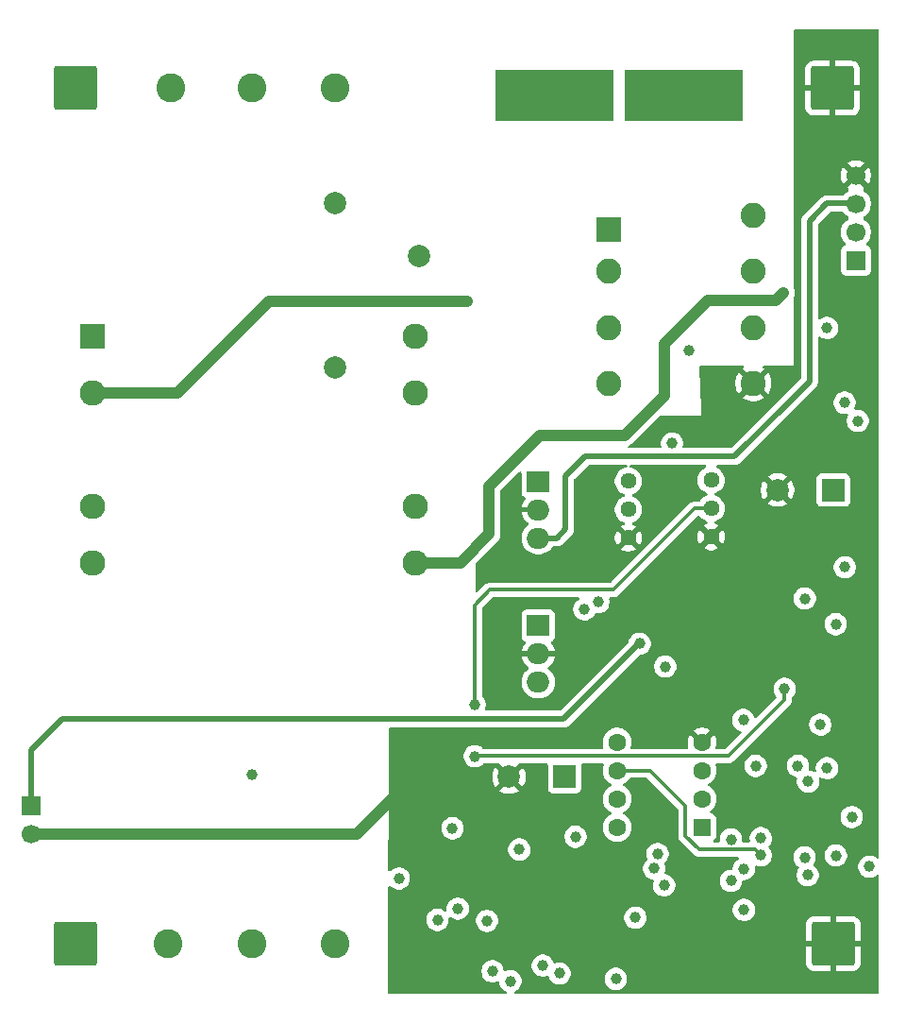
<source format=gbr>
%TF.GenerationSoftware,KiCad,Pcbnew,9.0.1*%
%TF.CreationDate,2025-04-03T12:43:54-07:00*%
%TF.ProjectId,Final_Board-v3B,46696e61-6c5f-4426-9f61-72642d763342,rev?*%
%TF.SameCoordinates,Original*%
%TF.FileFunction,Copper,L3,Inr*%
%TF.FilePolarity,Positive*%
%FSLAX46Y46*%
G04 Gerber Fmt 4.6, Leading zero omitted, Abs format (unit mm)*
G04 Created by KiCad (PCBNEW 9.0.1) date 2025-04-03 12:43:54*
%MOMM*%
%LPD*%
G01*
G04 APERTURE LIST*
G04 Aperture macros list*
%AMRoundRect*
0 Rectangle with rounded corners*
0 $1 Rounding radius*
0 $2 $3 $4 $5 $6 $7 $8 $9 X,Y pos of 4 corners*
0 Add a 4 corners polygon primitive as box body*
4,1,4,$2,$3,$4,$5,$6,$7,$8,$9,$2,$3,0*
0 Add four circle primitives for the rounded corners*
1,1,$1+$1,$2,$3*
1,1,$1+$1,$4,$5*
1,1,$1+$1,$6,$7*
1,1,$1+$1,$8,$9*
0 Add four rect primitives between the rounded corners*
20,1,$1+$1,$2,$3,$4,$5,0*
20,1,$1+$1,$4,$5,$6,$7,0*
20,1,$1+$1,$6,$7,$8,$9,0*
20,1,$1+$1,$8,$9,$2,$3,0*%
%AMFreePoly0*
4,1,5,2.250000,-4.000000,-2.250000,-4.000000,-2.250000,4.000000,2.250000,4.000000,2.250000,-4.000000,2.250000,-4.000000,$1*%
%AMFreePoly1*
4,1,5,1.500000,-2.250000,-1.500000,-2.250000,-1.500000,2.250000,1.500000,2.250000,1.500000,-2.250000,1.500000,-2.250000,$1*%
%AMFreePoly2*
4,1,5,4.000000,-2.250000,-4.000000,-2.250000,-4.000000,2.250000,4.000000,2.250000,4.000000,-2.250000,4.000000,-2.250000,$1*%
G04 Aperture macros list end*
%TA.AperFunction,ComponentPad*%
%ADD10C,2.600000*%
%TD*%
%TA.AperFunction,ComponentPad*%
%ADD11RoundRect,0.250002X-1.699998X-1.699998X1.699998X-1.699998X1.699998X1.699998X-1.699998X1.699998X0*%
%TD*%
%TA.AperFunction,ComponentPad*%
%ADD12R,2.250000X2.250000*%
%TD*%
%TA.AperFunction,ComponentPad*%
%ADD13C,2.250000*%
%TD*%
%TA.AperFunction,ComponentPad*%
%ADD14C,1.440000*%
%TD*%
%TA.AperFunction,ComponentPad*%
%ADD15R,2.000000X2.000000*%
%TD*%
%TA.AperFunction,ComponentPad*%
%ADD16C,2.000000*%
%TD*%
%TA.AperFunction,ComponentPad*%
%ADD17RoundRect,0.250000X0.550000X0.550000X-0.550000X0.550000X-0.550000X-0.550000X0.550000X-0.550000X0*%
%TD*%
%TA.AperFunction,ComponentPad*%
%ADD18C,1.600000*%
%TD*%
%TA.AperFunction,ComponentPad*%
%ADD19R,1.700000X1.700000*%
%TD*%
%TA.AperFunction,ComponentPad*%
%ADD20C,1.700000*%
%TD*%
%TA.AperFunction,ComponentPad*%
%ADD21FreePoly0,90.000000*%
%TD*%
%TA.AperFunction,ComponentPad*%
%ADD22FreePoly1,0.000000*%
%TD*%
%TA.AperFunction,ComponentPad*%
%ADD23FreePoly2,0.000000*%
%TD*%
%TA.AperFunction,ComponentPad*%
%ADD24R,2.000000X1.905000*%
%TD*%
%TA.AperFunction,ComponentPad*%
%ADD25O,2.000000X1.905000*%
%TD*%
%TA.AperFunction,ComponentPad*%
%ADD26R,2.286000X2.286000*%
%TD*%
%TA.AperFunction,ComponentPad*%
%ADD27C,2.286000*%
%TD*%
%TA.AperFunction,ViaPad*%
%ADD28C,1.000000*%
%TD*%
%TA.AperFunction,ViaPad*%
%ADD29C,2.000000*%
%TD*%
%TA.AperFunction,Conductor*%
%ADD30C,0.500000*%
%TD*%
%TA.AperFunction,Conductor*%
%ADD31C,0.300000*%
%TD*%
%TA.AperFunction,Conductor*%
%ADD32C,1.000000*%
%TD*%
%TA.AperFunction,Conductor*%
%ADD33C,0.254000*%
%TD*%
G04 APERTURE END LIST*
D10*
%TO.N,Net-(J1-N)*%
%TO.C,E3*%
X130010000Y-55768000D03*
%TD*%
%TO.N,Net-(P1-L)*%
%TO.C,E1*%
X115200000Y-55768000D03*
%TD*%
%TO.N,Net-(J1-N)*%
%TO.C,E6*%
X130000000Y-132431000D03*
%TD*%
%TO.N,GND*%
%TO.C,E5*%
X122480000Y-132431000D03*
%TD*%
%TO.N,Net-(J1-L)*%
%TO.C,E4*%
X115000000Y-132431000D03*
%TD*%
%TO.N,GND*%
%TO.C,E2*%
X122480000Y-55768000D03*
%TD*%
D11*
%TO.N,GND*%
%TO.C,H3*%
X174659000Y-132431000D03*
%TD*%
%TO.N,unconnected-(H4-Pin_1-Pad1)*%
%TO.C,H4*%
X106659000Y-132431000D03*
%TD*%
%TO.N,GND*%
%TO.C,H2*%
X174603000Y-55768000D03*
%TD*%
%TO.N,GND*%
%TO.C,H1*%
X106659000Y-55768000D03*
%TD*%
D12*
%TO.N,N/C*%
%TO.C,T2*%
X154500000Y-68400000D03*
D13*
%TO.N,Net-(F1-Pad2)*%
X154500000Y-72200000D03*
%TO.N,Net-(J1-L)*%
X154500000Y-77200000D03*
%TO.N,N/C*%
X154500000Y-82200000D03*
%TO.N,GND*%
X167500000Y-82200000D03*
%TO.N,N/C*%
X167500000Y-77200000D03*
X167500000Y-72200000D03*
%TO.N,Net-(R14-Pad2)*%
X167500000Y-67200000D03*
%TD*%
D14*
%TO.N,Net-(R14-Pad2)*%
%TO.C,RV2*%
X163710000Y-90880000D03*
%TO.N,Net-(C12-Pad1)*%
X163710000Y-93420000D03*
%TO.N,GND*%
X163710000Y-95960000D03*
%TD*%
%TO.N,Net-(R1-Pad1)*%
%TO.C,RV1*%
X156290000Y-90980000D03*
%TO.N,Net-(C9-Pad1)*%
X156290000Y-93520000D03*
%TO.N,GND*%
X156290000Y-96060000D03*
%TD*%
D15*
%TO.N,Net-(D2-+)*%
%TO.C,C4*%
X150570000Y-117490000D03*
D16*
%TO.N,GND*%
X145570000Y-117490000D03*
%TD*%
D15*
%TO.N,Net-(D1-+)*%
%TO.C,C3*%
X174667677Y-91780000D03*
D16*
%TO.N,GND*%
X169667677Y-91780000D03*
%TD*%
D17*
%TO.N,Net-(C10-Pad1)*%
%TO.C,U4*%
X162900000Y-122000000D03*
D18*
%TO.N,Net-(U4A--)*%
X162900000Y-119460000D03*
%TO.N,Net-(U4A-+)*%
X162900000Y-116920000D03*
%TO.N,GND*%
X162900000Y-114380000D03*
%TO.N,Net-(U4B-+)*%
X155280000Y-114380000D03*
%TO.N,Net-(U4B--)*%
X155280000Y-116920000D03*
%TO.N,Net-(C11-Pad1)*%
X155280000Y-119460000D03*
%TO.N,VCC*%
X155280000Y-122000000D03*
%TD*%
D19*
%TO.N,Net-(J5-Pin_1)*%
%TO.C,J5*%
X102700000Y-120050000D03*
D20*
%TO.N,GND*%
X102700000Y-122590000D03*
%TD*%
D21*
%TO.N,Net-(P1-L)*%
%TO.C,F1*%
X148340000Y-56400000D03*
D22*
X153420000Y-56400000D03*
%TO.N,Net-(F1-Pad2)*%
X157480000Y-56400000D03*
D23*
X162560000Y-56400000D03*
%TD*%
D24*
%TO.N,Net-(D2-+)*%
%TO.C,U2*%
X148200000Y-91000000D03*
D25*
%TO.N,GND*%
X148200000Y-93540000D03*
%TO.N,5v*%
X148200000Y-96080000D03*
%TD*%
D24*
%TO.N,Net-(D1-+)*%
%TO.C,U1*%
X148200000Y-103920000D03*
D25*
%TO.N,GND*%
X148200000Y-106460000D03*
%TO.N,VCC*%
X148200000Y-109000000D03*
%TD*%
D19*
%TO.N,Net-(J7-Pin_1)*%
%TO.C,J7*%
X176700000Y-71200000D03*
D20*
%TO.N,SDA*%
X176700000Y-68660000D03*
%TO.N,5v*%
X176700000Y-66120000D03*
%TO.N,GND*%
X176700000Y-63580000D03*
%TD*%
D26*
%TO.N,GND*%
%TO.C,T1*%
X108244000Y-77980000D03*
D27*
%TO.N,Net-(R1-Pad2)*%
X108244000Y-83060000D03*
%TO.N,Net-(J1-N)*%
X108244000Y-93220000D03*
%TO.N,Net-(F1-Pad2)*%
X108244000Y-98300000D03*
%TO.N,Net-(D1-Pad2)*%
X137200000Y-77980000D03*
%TO.N,Net-(D2-Pad4)*%
X137200000Y-83060000D03*
X137200000Y-93220000D03*
%TO.N,Net-(D1-Pad4)*%
X137200000Y-98300000D03*
%TD*%
D28*
%TO.N,Net-(R11-Pad1)*%
X168159000Y-122980000D03*
X174910000Y-124540000D03*
%TO.N,Net-(C11-Pad1)*%
X172380000Y-126300000D03*
X166650000Y-125750000D03*
%TO.N,GND*%
X171640000Y-113110000D03*
X172150000Y-120080000D03*
X159420000Y-121330000D03*
%TO.N,Net-(R1-Pad2)*%
X141857500Y-74837500D03*
%TO.N,GND*%
X165720000Y-119140000D03*
X122480000Y-117260000D03*
X135850000Y-117260000D03*
X155860000Y-128820000D03*
X172250000Y-106750000D03*
X152600000Y-91300000D03*
X168200000Y-101350000D03*
X164900000Y-131200000D03*
X161400000Y-108600000D03*
X176900000Y-113100000D03*
X154650000Y-130750000D03*
X165200000Y-105400000D03*
X152600000Y-93550000D03*
X141700000Y-119300000D03*
X151100000Y-130500000D03*
X177500000Y-105100000D03*
X139300000Y-133600000D03*
X161750000Y-91250000D03*
X152940000Y-125720000D03*
%TO.N,Net-(U4B--)*%
X168160000Y-124510000D03*
X140500000Y-122100000D03*
%TO.N,Net-(U4A-+)*%
X167710000Y-116510000D03*
X171490000Y-116510000D03*
%TO.N,Net-(D3-K)*%
X174100000Y-116700000D03*
X173500000Y-112800000D03*
X172110000Y-101500000D03*
X151550000Y-122850000D03*
%TO.N,VCC*%
X172100000Y-124700000D03*
%TO.N,Net-(U4B-+)*%
X146500000Y-124000000D03*
X148600000Y-134400000D03*
X145700000Y-135800000D03*
%TO.N,Net-(U4A--)*%
X172400000Y-117900000D03*
D29*
%TO.N,Net-(F1-Pad2)*%
X137480000Y-70800000D03*
D28*
%TO.N,5v*%
X141000000Y-129300000D03*
X166600000Y-112400000D03*
X152330000Y-102470000D03*
X156900000Y-130100000D03*
X158600000Y-125700000D03*
%TO.N,Net-(C10-Pad1)*%
X159500000Y-127200000D03*
X176340000Y-121090000D03*
%TO.N,Net-(C11-Pad1)*%
X150114984Y-135102417D03*
X166650000Y-129400000D03*
%TO.N,Net-(U3-PC5)*%
X174900000Y-103800000D03*
X175700000Y-98700000D03*
%TO.N,Net-(J7-Pin_1)*%
X159600000Y-107600000D03*
%TO.N,Net-(J5-Pin_1)*%
X157300000Y-105550000D03*
%TO.N,SDA*%
X153600000Y-101800000D03*
%TO.N,Net-(D2-+)*%
X176870000Y-85590000D03*
%TO.N,Net-(C9-Pad2)*%
X165500000Y-126800000D03*
X165500000Y-123100000D03*
%TO.N,Net-(C9-Pad1)*%
X158900000Y-124400000D03*
%TO.N,Net-(D4-K)*%
X144100000Y-134900000D03*
X177900000Y-125530000D03*
X143600000Y-130400000D03*
X155170000Y-135600000D03*
%TO.N,Net-(C12-Pad1)*%
X139160000Y-130300000D03*
X142494000Y-110998000D03*
%TO.N,Net-(D1-Pad4)*%
X170200000Y-74100000D03*
%TO.N,Net-(D2-Pad4)*%
X175690000Y-83940000D03*
%TO.N,Net-(R11-Pad1)*%
X142500000Y-115640000D03*
X170300000Y-109600000D03*
%TO.N,Net-(R14-Pad2)*%
X135700000Y-126600000D03*
X160200000Y-87600000D03*
%TO.N,Net-(D1-Pad2)*%
X174110000Y-77250000D03*
X161700000Y-79300000D03*
D29*
%TO.N,Net-(J1-N)*%
X130000000Y-80820000D03*
X130000000Y-66040000D03*
%TD*%
D30*
%TO.N,Net-(J5-Pin_1)*%
X102700000Y-115105000D02*
X102700000Y-120050000D01*
X105505000Y-112300000D02*
X102700000Y-115105000D01*
X150500000Y-112300000D02*
X105505000Y-112300000D01*
X157250000Y-105550000D02*
X150500000Y-112300000D01*
D31*
%TO.N,Net-(U4B--)*%
X158220000Y-116920000D02*
X155280000Y-116920000D01*
X161400000Y-122754000D02*
X161400000Y-120100000D01*
X162646000Y-124000000D02*
X161400000Y-122754000D01*
X161400000Y-120100000D02*
X158220000Y-116920000D01*
X168160000Y-124510000D02*
X167650000Y-124000000D01*
X167650000Y-124000000D02*
X162646000Y-124000000D01*
D32*
%TO.N,Net-(R1-Pad2)*%
X124044500Y-74837500D02*
X115822000Y-83060000D01*
X115822000Y-83060000D02*
X108244000Y-83060000D01*
X141857500Y-74837500D02*
X124044500Y-74837500D01*
%TO.N,GND*%
X135850000Y-118690000D02*
X135850000Y-117260000D01*
X131950000Y-122590000D02*
X135850000Y-118690000D01*
X102700000Y-122590000D02*
X131950000Y-122590000D01*
D30*
%TO.N,5v*%
X174100000Y-66100000D02*
X176680000Y-66100000D01*
X172551000Y-67649000D02*
X174100000Y-66100000D01*
D31*
X176680000Y-66100000D02*
X176700000Y-66120000D01*
D30*
X172551000Y-82049000D02*
X172551000Y-67649000D01*
X170870000Y-83730000D02*
X172551000Y-82049000D01*
X150650000Y-90530000D02*
X152400000Y-88780000D01*
X165820000Y-88780000D02*
X170870000Y-83730000D01*
X149880000Y-96080000D02*
X150650000Y-95310000D01*
X148200000Y-96080000D02*
X149880000Y-96080000D01*
X150650000Y-95310000D02*
X150650000Y-90530000D01*
X152400000Y-88780000D02*
X165820000Y-88780000D01*
D31*
%TO.N,Net-(R11-Pad1)*%
X170300000Y-110590000D02*
X170300000Y-109600000D01*
X165260000Y-115630000D02*
X170300000Y-110590000D01*
X142570000Y-115630000D02*
X165260000Y-115630000D01*
X142560000Y-115640000D02*
X142570000Y-115630000D01*
X142500000Y-115640000D02*
X142560000Y-115640000D01*
%TO.N,Net-(C12-Pad1)*%
X154980000Y-100720000D02*
X162260000Y-93440000D01*
X143882000Y-100720000D02*
X154980000Y-100720000D01*
X142494000Y-102108000D02*
X143882000Y-100720000D01*
X162260000Y-93440000D02*
X163700000Y-93440000D01*
X142494000Y-110998000D02*
X142494000Y-102108000D01*
D32*
%TO.N,Net-(D1-Pad4)*%
X148374500Y-86868000D02*
X143802500Y-91440000D01*
X155932000Y-86868000D02*
X148374500Y-86868000D01*
X143802500Y-91440000D02*
X143802500Y-95693019D01*
X159480000Y-83320000D02*
X155932000Y-86868000D01*
X159480000Y-78720000D02*
X159480000Y-83320000D01*
X163400000Y-74800000D02*
X159480000Y-78720000D01*
X170200000Y-74100000D02*
X169500000Y-74800000D01*
X169500000Y-74800000D02*
X163400000Y-74800000D01*
D33*
%TO.N,Net-(J5-Pin_1)*%
X157300000Y-105550000D02*
X157250000Y-105550000D01*
D32*
%TO.N,Net-(D1-Pad4)*%
X137202000Y-98298000D02*
X137200000Y-98300000D01*
X143802500Y-95719500D02*
X141224000Y-98298000D01*
X141224000Y-98298000D02*
X137202000Y-98298000D01*
%TD*%
%TA.AperFunction,Conductor*%
%TO.N,GND*%
G36*
X178722539Y-50520185D02*
G01*
X178768294Y-50572989D01*
X178779500Y-50624500D01*
X178779500Y-124695216D01*
X178759815Y-124762255D01*
X178707011Y-124808010D01*
X178637853Y-124817954D01*
X178574297Y-124788929D01*
X178567819Y-124782897D01*
X178537785Y-124752863D01*
X178537781Y-124752860D01*
X178373920Y-124643371D01*
X178373907Y-124643364D01*
X178191839Y-124567950D01*
X178191829Y-124567947D01*
X177998543Y-124529500D01*
X177998541Y-124529500D01*
X177801459Y-124529500D01*
X177801457Y-124529500D01*
X177608170Y-124567947D01*
X177608160Y-124567950D01*
X177426092Y-124643364D01*
X177426079Y-124643371D01*
X177262218Y-124752860D01*
X177262214Y-124752863D01*
X177122863Y-124892214D01*
X177122860Y-124892218D01*
X177013371Y-125056079D01*
X177013364Y-125056092D01*
X176937950Y-125238160D01*
X176937947Y-125238170D01*
X176899500Y-125431456D01*
X176899500Y-125431459D01*
X176899500Y-125628541D01*
X176899500Y-125628543D01*
X176899499Y-125628543D01*
X176937947Y-125821829D01*
X176937950Y-125821839D01*
X177013364Y-126003907D01*
X177013371Y-126003920D01*
X177122860Y-126167781D01*
X177122863Y-126167785D01*
X177262214Y-126307136D01*
X177262218Y-126307139D01*
X177426079Y-126416628D01*
X177426092Y-126416635D01*
X177572164Y-126477139D01*
X177608165Y-126492051D01*
X177608169Y-126492051D01*
X177608170Y-126492052D01*
X177801456Y-126530500D01*
X177801459Y-126530500D01*
X177998543Y-126530500D01*
X178144553Y-126501456D01*
X178191835Y-126492051D01*
X178373914Y-126416632D01*
X178537782Y-126307139D01*
X178551543Y-126293378D01*
X178567819Y-126277103D01*
X178629142Y-126243618D01*
X178698834Y-126248602D01*
X178754767Y-126290474D01*
X178779184Y-126355938D01*
X178779500Y-126364784D01*
X178779500Y-136827700D01*
X178759815Y-136894739D01*
X178707011Y-136940494D01*
X178655500Y-136951700D01*
X146157373Y-136951700D01*
X146090334Y-136932015D01*
X146044579Y-136879211D01*
X146034635Y-136810053D01*
X146063660Y-136746497D01*
X146109921Y-136713139D01*
X146173907Y-136686635D01*
X146173907Y-136686634D01*
X146173914Y-136686632D01*
X146337782Y-136577139D01*
X146477139Y-136437782D01*
X146586632Y-136273914D01*
X146662051Y-136091835D01*
X146682497Y-135989049D01*
X146700500Y-135898543D01*
X146700500Y-135701456D01*
X146662052Y-135508170D01*
X146662051Y-135508169D01*
X146662051Y-135508165D01*
X146659272Y-135501456D01*
X146586635Y-135326092D01*
X146586628Y-135326079D01*
X146477139Y-135162218D01*
X146477136Y-135162214D01*
X146337785Y-135022863D01*
X146337781Y-135022860D01*
X146173920Y-134913371D01*
X146173907Y-134913364D01*
X145991839Y-134837950D01*
X145991829Y-134837947D01*
X145798543Y-134799500D01*
X145798541Y-134799500D01*
X145601459Y-134799500D01*
X145601457Y-134799500D01*
X145408170Y-134837947D01*
X145408169Y-134837948D01*
X145408168Y-134837948D01*
X145408165Y-134837949D01*
X145329567Y-134870505D01*
X145270217Y-134895088D01*
X145200747Y-134902556D01*
X145138268Y-134871280D01*
X145102616Y-134811191D01*
X145101148Y-134804717D01*
X145082977Y-134713368D01*
X145062051Y-134608165D01*
X145058397Y-134599344D01*
X145016645Y-134498543D01*
X147599499Y-134498543D01*
X147637947Y-134691829D01*
X147637950Y-134691839D01*
X147713364Y-134873907D01*
X147713371Y-134873920D01*
X147822860Y-135037781D01*
X147822863Y-135037785D01*
X147962214Y-135177136D01*
X147962218Y-135177139D01*
X148126079Y-135286628D01*
X148126092Y-135286635D01*
X148268721Y-135345713D01*
X148308165Y-135362051D01*
X148308169Y-135362051D01*
X148308170Y-135362052D01*
X148501456Y-135400500D01*
X148501459Y-135400500D01*
X148698543Y-135400500D01*
X148832196Y-135373914D01*
X148891835Y-135362051D01*
X148988752Y-135321906D01*
X149058219Y-135314438D01*
X149120699Y-135345713D01*
X149150764Y-135389016D01*
X149228348Y-135576324D01*
X149228355Y-135576337D01*
X149337844Y-135740198D01*
X149337847Y-135740202D01*
X149477198Y-135879553D01*
X149477202Y-135879556D01*
X149641063Y-135989045D01*
X149641076Y-135989052D01*
X149823144Y-136064466D01*
X149823149Y-136064468D01*
X149823153Y-136064468D01*
X149823154Y-136064469D01*
X150016440Y-136102917D01*
X150016443Y-136102917D01*
X150213527Y-136102917D01*
X150359366Y-136073907D01*
X150406819Y-136064468D01*
X150588898Y-135989049D01*
X150752766Y-135879556D01*
X150892123Y-135740199D01*
X150919957Y-135698543D01*
X154169499Y-135698543D01*
X154207947Y-135891829D01*
X154207950Y-135891839D01*
X154283364Y-136073907D01*
X154283371Y-136073920D01*
X154392860Y-136237781D01*
X154392863Y-136237785D01*
X154532214Y-136377136D01*
X154532218Y-136377139D01*
X154696079Y-136486628D01*
X154696092Y-136486635D01*
X154878160Y-136562049D01*
X154878165Y-136562051D01*
X154878169Y-136562051D01*
X154878170Y-136562052D01*
X155071456Y-136600500D01*
X155071459Y-136600500D01*
X155268543Y-136600500D01*
X155398582Y-136574632D01*
X155461835Y-136562051D01*
X155643914Y-136486632D01*
X155807782Y-136377139D01*
X155947139Y-136237782D01*
X156056632Y-136073914D01*
X156060546Y-136064466D01*
X156129273Y-135898541D01*
X156132051Y-135891835D01*
X156152977Y-135786635D01*
X156170500Y-135698543D01*
X156170500Y-135501456D01*
X156132052Y-135308170D01*
X156132051Y-135308169D01*
X156132051Y-135308165D01*
X156123130Y-135286628D01*
X156056635Y-135126092D01*
X156056628Y-135126079D01*
X155947139Y-134962218D01*
X155947136Y-134962214D01*
X155807785Y-134822863D01*
X155807781Y-134822860D01*
X155643920Y-134713371D01*
X155643907Y-134713364D01*
X155461839Y-134637950D01*
X155461829Y-134637947D01*
X155268543Y-134599500D01*
X155268541Y-134599500D01*
X155071459Y-134599500D01*
X155071457Y-134599500D01*
X154878170Y-134637947D01*
X154878160Y-134637950D01*
X154696092Y-134713364D01*
X154696079Y-134713371D01*
X154532218Y-134822860D01*
X154532214Y-134822863D01*
X154392863Y-134962214D01*
X154392860Y-134962218D01*
X154283371Y-135126079D01*
X154283364Y-135126092D01*
X154207950Y-135308160D01*
X154207947Y-135308170D01*
X154169500Y-135501456D01*
X154169500Y-135501459D01*
X154169500Y-135698541D01*
X154169500Y-135698543D01*
X154169499Y-135698543D01*
X150919957Y-135698543D01*
X151001616Y-135576331D01*
X151077035Y-135394252D01*
X151090596Y-135326079D01*
X151115484Y-135200960D01*
X151115484Y-135003873D01*
X151077036Y-134810587D01*
X151077035Y-134810586D01*
X151077035Y-134810582D01*
X151040888Y-134723315D01*
X151001619Y-134628509D01*
X151001612Y-134628496D01*
X150892123Y-134464635D01*
X150892120Y-134464631D01*
X150752769Y-134325280D01*
X150752765Y-134325277D01*
X150588904Y-134215788D01*
X150588891Y-134215781D01*
X150406823Y-134140367D01*
X150406813Y-134140364D01*
X150213527Y-134101917D01*
X150213525Y-134101917D01*
X150016443Y-134101917D01*
X150016441Y-134101917D01*
X149823154Y-134140364D01*
X149823153Y-134140364D01*
X149726232Y-134180510D01*
X149656762Y-134187978D01*
X149594283Y-134156702D01*
X149564219Y-134113400D01*
X149486635Y-133926092D01*
X149486628Y-133926079D01*
X149377139Y-133762218D01*
X149377136Y-133762214D01*
X149237785Y-133622863D01*
X149237781Y-133622860D01*
X149073920Y-133513371D01*
X149073907Y-133513364D01*
X148891839Y-133437950D01*
X148891829Y-133437947D01*
X148698543Y-133399500D01*
X148698541Y-133399500D01*
X148501459Y-133399500D01*
X148501457Y-133399500D01*
X148308170Y-133437947D01*
X148308160Y-133437950D01*
X148126092Y-133513364D01*
X148126079Y-133513371D01*
X147962218Y-133622860D01*
X147962214Y-133622863D01*
X147822863Y-133762214D01*
X147822860Y-133762218D01*
X147713371Y-133926079D01*
X147713364Y-133926092D01*
X147637950Y-134108160D01*
X147637947Y-134108170D01*
X147599500Y-134301456D01*
X147599500Y-134301459D01*
X147599500Y-134498541D01*
X147599500Y-134498543D01*
X147599499Y-134498543D01*
X145016645Y-134498543D01*
X144986635Y-134426092D01*
X144986633Y-134426088D01*
X144986632Y-134426086D01*
X144919276Y-134325280D01*
X144877139Y-134262217D01*
X144737785Y-134122863D01*
X144737781Y-134122860D01*
X144573920Y-134013371D01*
X144573907Y-134013364D01*
X144391839Y-133937950D01*
X144391829Y-133937947D01*
X144198543Y-133899500D01*
X144198541Y-133899500D01*
X144001459Y-133899500D01*
X144001457Y-133899500D01*
X143808170Y-133937947D01*
X143808160Y-133937950D01*
X143626092Y-134013364D01*
X143626079Y-134013371D01*
X143462218Y-134122860D01*
X143462214Y-134122863D01*
X143322863Y-134262214D01*
X143322860Y-134262218D01*
X143213371Y-134426079D01*
X143213364Y-134426092D01*
X143137950Y-134608160D01*
X143137947Y-134608170D01*
X143099500Y-134801456D01*
X143099500Y-134801459D01*
X143099500Y-134998541D01*
X143099500Y-134998543D01*
X143099499Y-134998543D01*
X143137947Y-135191829D01*
X143137950Y-135191839D01*
X143213364Y-135373907D01*
X143213371Y-135373920D01*
X143322860Y-135537781D01*
X143322863Y-135537785D01*
X143462214Y-135677136D01*
X143462218Y-135677139D01*
X143626079Y-135786628D01*
X143626092Y-135786635D01*
X143727691Y-135828718D01*
X143808165Y-135862051D01*
X143808169Y-135862051D01*
X143808170Y-135862052D01*
X144001456Y-135900500D01*
X144001459Y-135900500D01*
X144198543Y-135900500D01*
X144328582Y-135874632D01*
X144391835Y-135862051D01*
X144529782Y-135804911D01*
X144599251Y-135797443D01*
X144661730Y-135828718D01*
X144697382Y-135888807D01*
X144698851Y-135895281D01*
X144737947Y-136091829D01*
X144737950Y-136091839D01*
X144813364Y-136273907D01*
X144813371Y-136273920D01*
X144922860Y-136437781D01*
X144922863Y-136437785D01*
X145062214Y-136577136D01*
X145062218Y-136577139D01*
X145226079Y-136686628D01*
X145226092Y-136686635D01*
X145290079Y-136713139D01*
X145344483Y-136756980D01*
X145366548Y-136823274D01*
X145349269Y-136890973D01*
X145298132Y-136938584D01*
X145242627Y-136951700D01*
X134826272Y-136951700D01*
X134759233Y-136932015D01*
X134713478Y-136879211D01*
X134702273Y-136827208D01*
X134704059Y-136377136D01*
X134727783Y-130398543D01*
X138159499Y-130398543D01*
X138197947Y-130591829D01*
X138197950Y-130591839D01*
X138273364Y-130773907D01*
X138273371Y-130773920D01*
X138382860Y-130937781D01*
X138382863Y-130937785D01*
X138522214Y-131077136D01*
X138522218Y-131077139D01*
X138686079Y-131186628D01*
X138686092Y-131186635D01*
X138868160Y-131262049D01*
X138868165Y-131262051D01*
X138868169Y-131262051D01*
X138868170Y-131262052D01*
X139061456Y-131300500D01*
X139061459Y-131300500D01*
X139258543Y-131300500D01*
X139398903Y-131272580D01*
X139451835Y-131262051D01*
X139633914Y-131186632D01*
X139797782Y-131077139D01*
X139937139Y-130937782D01*
X140046632Y-130773914D01*
X140122051Y-130591835D01*
X140140609Y-130498543D01*
X142599499Y-130498543D01*
X142637947Y-130691829D01*
X142637950Y-130691839D01*
X142713364Y-130873907D01*
X142713371Y-130873920D01*
X142822860Y-131037781D01*
X142822863Y-131037785D01*
X142962214Y-131177136D01*
X142962218Y-131177139D01*
X143126079Y-131286628D01*
X143126092Y-131286635D01*
X143307810Y-131361904D01*
X143308165Y-131362051D01*
X143308169Y-131362051D01*
X143308170Y-131362052D01*
X143501456Y-131400500D01*
X143501459Y-131400500D01*
X143698543Y-131400500D01*
X143828582Y-131374632D01*
X143891835Y-131362051D01*
X144073914Y-131286632D01*
X144237782Y-131177139D01*
X144377139Y-131037782D01*
X144486632Y-130873914D01*
X144562051Y-130691835D01*
X144581942Y-130591839D01*
X144600500Y-130498543D01*
X144600500Y-130301456D01*
X144580029Y-130198543D01*
X155899499Y-130198543D01*
X155937947Y-130391829D01*
X155937950Y-130391839D01*
X156013364Y-130573907D01*
X156013371Y-130573920D01*
X156122860Y-130737781D01*
X156122863Y-130737785D01*
X156262214Y-130877136D01*
X156262218Y-130877139D01*
X156426079Y-130986628D01*
X156426092Y-130986635D01*
X156549581Y-131037785D01*
X156608165Y-131062051D01*
X156608169Y-131062051D01*
X156608170Y-131062052D01*
X156801456Y-131100500D01*
X156801459Y-131100500D01*
X156998543Y-131100500D01*
X157128582Y-131074632D01*
X157191835Y-131062051D01*
X157373914Y-130986632D01*
X157537782Y-130877139D01*
X157677139Y-130737782D01*
X157711810Y-130685891D01*
X157715068Y-130681015D01*
X172209000Y-130681015D01*
X172209000Y-132181000D01*
X173433015Y-132181000D01*
X173409000Y-132332623D01*
X173409000Y-132529377D01*
X173433015Y-132681000D01*
X172209001Y-132681000D01*
X172209001Y-134180984D01*
X172219494Y-134283695D01*
X172274641Y-134450117D01*
X172274643Y-134450122D01*
X172366684Y-134599344D01*
X172490655Y-134723315D01*
X172639877Y-134815356D01*
X172639882Y-134815358D01*
X172806304Y-134870505D01*
X172806311Y-134870506D01*
X172909021Y-134880999D01*
X174408999Y-134880999D01*
X174409000Y-134880998D01*
X174409000Y-133656985D01*
X174560623Y-133681000D01*
X174757377Y-133681000D01*
X174909000Y-133656985D01*
X174909000Y-134880999D01*
X176408970Y-134880999D01*
X176408984Y-134880998D01*
X176511695Y-134870505D01*
X176678117Y-134815358D01*
X176678122Y-134815356D01*
X176827344Y-134723315D01*
X176951315Y-134599344D01*
X177043356Y-134450122D01*
X177043358Y-134450117D01*
X177098505Y-134283695D01*
X177098506Y-134283688D01*
X177108999Y-134180984D01*
X177109000Y-134180971D01*
X177109000Y-132681000D01*
X175884985Y-132681000D01*
X175909000Y-132529377D01*
X175909000Y-132332623D01*
X175884985Y-132181000D01*
X177108999Y-132181000D01*
X177108999Y-130681030D01*
X177108998Y-130681015D01*
X177098505Y-130578304D01*
X177043358Y-130411882D01*
X177043356Y-130411877D01*
X176951315Y-130262655D01*
X176827344Y-130138684D01*
X176678122Y-130046643D01*
X176678117Y-130046641D01*
X176511695Y-129991494D01*
X176511688Y-129991493D01*
X176408984Y-129981000D01*
X174909000Y-129981000D01*
X174909000Y-131205014D01*
X174757377Y-131181000D01*
X174560623Y-131181000D01*
X174409000Y-131205014D01*
X174409000Y-129981000D01*
X172909030Y-129981000D01*
X172909014Y-129981001D01*
X172806304Y-129991494D01*
X172639882Y-130046641D01*
X172639877Y-130046643D01*
X172490655Y-130138684D01*
X172366684Y-130262655D01*
X172274643Y-130411877D01*
X172274641Y-130411882D01*
X172219494Y-130578304D01*
X172219493Y-130578311D01*
X172209000Y-130681015D01*
X157715068Y-130681015D01*
X157763206Y-130608975D01*
X157786629Y-130573918D01*
X157786632Y-130573914D01*
X157862051Y-130391835D01*
X157882977Y-130286635D01*
X157900500Y-130198543D01*
X157900500Y-130001456D01*
X157862052Y-129808170D01*
X157862051Y-129808169D01*
X157862051Y-129808165D01*
X157862049Y-129808160D01*
X157786635Y-129626092D01*
X157786628Y-129626079D01*
X157701411Y-129498543D01*
X165649499Y-129498543D01*
X165687947Y-129691829D01*
X165687950Y-129691839D01*
X165763364Y-129873907D01*
X165763371Y-129873920D01*
X165872860Y-130037781D01*
X165872863Y-130037785D01*
X166012214Y-130177136D01*
X166012218Y-130177139D01*
X166176079Y-130286628D01*
X166176092Y-130286635D01*
X166358160Y-130362049D01*
X166358165Y-130362051D01*
X166358169Y-130362051D01*
X166358170Y-130362052D01*
X166551456Y-130400500D01*
X166551459Y-130400500D01*
X166748543Y-130400500D01*
X166878582Y-130374632D01*
X166941835Y-130362051D01*
X167123914Y-130286632D01*
X167287782Y-130177139D01*
X167427139Y-130037782D01*
X167536632Y-129873914D01*
X167612051Y-129691835D01*
X167631942Y-129591839D01*
X167650500Y-129498543D01*
X167650500Y-129301456D01*
X167612052Y-129108170D01*
X167612051Y-129108169D01*
X167612051Y-129108165D01*
X167570628Y-129008160D01*
X167536635Y-128926092D01*
X167536628Y-128926079D01*
X167427139Y-128762218D01*
X167427136Y-128762214D01*
X167287785Y-128622863D01*
X167287781Y-128622860D01*
X167123920Y-128513371D01*
X167123907Y-128513364D01*
X166941839Y-128437950D01*
X166941829Y-128437947D01*
X166748543Y-128399500D01*
X166748541Y-128399500D01*
X166551459Y-128399500D01*
X166551457Y-128399500D01*
X166358170Y-128437947D01*
X166358160Y-128437950D01*
X166176092Y-128513364D01*
X166176079Y-128513371D01*
X166012218Y-128622860D01*
X166012214Y-128622863D01*
X165872863Y-128762214D01*
X165872860Y-128762218D01*
X165763371Y-128926079D01*
X165763364Y-128926092D01*
X165687950Y-129108160D01*
X165687947Y-129108170D01*
X165649500Y-129301456D01*
X165649500Y-129301459D01*
X165649500Y-129498541D01*
X165649500Y-129498543D01*
X165649499Y-129498543D01*
X157701411Y-129498543D01*
X157677139Y-129462218D01*
X157677136Y-129462214D01*
X157537785Y-129322863D01*
X157537781Y-129322860D01*
X157373920Y-129213371D01*
X157373907Y-129213364D01*
X157191839Y-129137950D01*
X157191829Y-129137947D01*
X156998543Y-129099500D01*
X156998541Y-129099500D01*
X156801459Y-129099500D01*
X156801457Y-129099500D01*
X156608170Y-129137947D01*
X156608160Y-129137950D01*
X156426092Y-129213364D01*
X156426079Y-129213371D01*
X156262218Y-129322860D01*
X156262214Y-129322863D01*
X156122863Y-129462214D01*
X156122860Y-129462218D01*
X156013371Y-129626079D01*
X156013364Y-129626092D01*
X155937950Y-129808160D01*
X155937947Y-129808170D01*
X155899500Y-130001456D01*
X155899500Y-130001459D01*
X155899500Y-130198541D01*
X155899500Y-130198543D01*
X155899499Y-130198543D01*
X144580029Y-130198543D01*
X144562052Y-130108170D01*
X144562051Y-130108169D01*
X144562051Y-130108165D01*
X144491477Y-129937782D01*
X144486635Y-129926092D01*
X144486628Y-129926079D01*
X144377139Y-129762218D01*
X144377136Y-129762214D01*
X144237785Y-129622863D01*
X144237781Y-129622860D01*
X144073920Y-129513371D01*
X144073907Y-129513364D01*
X143891839Y-129437950D01*
X143891829Y-129437947D01*
X143698543Y-129399500D01*
X143698541Y-129399500D01*
X143501459Y-129399500D01*
X143501457Y-129399500D01*
X143308170Y-129437947D01*
X143308160Y-129437950D01*
X143126092Y-129513364D01*
X143126079Y-129513371D01*
X142962218Y-129622860D01*
X142962214Y-129622863D01*
X142822863Y-129762214D01*
X142822860Y-129762218D01*
X142713371Y-129926079D01*
X142713364Y-129926092D01*
X142637950Y-130108160D01*
X142637947Y-130108170D01*
X142599500Y-130301456D01*
X142599500Y-130301459D01*
X142599500Y-130498541D01*
X142599500Y-130498543D01*
X142599499Y-130498543D01*
X140140609Y-130498543D01*
X140140609Y-130498541D01*
X140160500Y-130398543D01*
X140160500Y-130201457D01*
X140159204Y-130194943D01*
X140165431Y-130125351D01*
X140208293Y-130070173D01*
X140274182Y-130046928D01*
X140342179Y-130062995D01*
X140359488Y-130074899D01*
X140362216Y-130077138D01*
X140526079Y-130186628D01*
X140526092Y-130186635D01*
X140708160Y-130262049D01*
X140708165Y-130262051D01*
X140708169Y-130262051D01*
X140708170Y-130262052D01*
X140901456Y-130300500D01*
X140901459Y-130300500D01*
X141098543Y-130300500D01*
X141228582Y-130274632D01*
X141291835Y-130262051D01*
X141473914Y-130186632D01*
X141637782Y-130077139D01*
X141777139Y-129937782D01*
X141886632Y-129773914D01*
X141962051Y-129591835D01*
X141997551Y-129413368D01*
X142000500Y-129398543D01*
X142000500Y-129201456D01*
X141962052Y-129008170D01*
X141962051Y-129008169D01*
X141962051Y-129008165D01*
X141928050Y-128926079D01*
X141886635Y-128826092D01*
X141886628Y-128826079D01*
X141777139Y-128662218D01*
X141777136Y-128662214D01*
X141637785Y-128522863D01*
X141637781Y-128522860D01*
X141473920Y-128413371D01*
X141473907Y-128413364D01*
X141291839Y-128337950D01*
X141291829Y-128337947D01*
X141098543Y-128299500D01*
X141098541Y-128299500D01*
X140901459Y-128299500D01*
X140901457Y-128299500D01*
X140708170Y-128337947D01*
X140708160Y-128337950D01*
X140526092Y-128413364D01*
X140526079Y-128413371D01*
X140362218Y-128522860D01*
X140362214Y-128522863D01*
X140222863Y-128662214D01*
X140222860Y-128662218D01*
X140113371Y-128826079D01*
X140113364Y-128826092D01*
X140037950Y-129008160D01*
X140037947Y-129008170D01*
X139999500Y-129201456D01*
X139999500Y-129398541D01*
X140000797Y-129405064D01*
X139994566Y-129474655D01*
X139951700Y-129529830D01*
X139885809Y-129553072D01*
X139817813Y-129537000D01*
X139800512Y-129525101D01*
X139797783Y-129522861D01*
X139633920Y-129413371D01*
X139633907Y-129413364D01*
X139451839Y-129337950D01*
X139451829Y-129337947D01*
X139258543Y-129299500D01*
X139258541Y-129299500D01*
X139061459Y-129299500D01*
X139061457Y-129299500D01*
X138868170Y-129337947D01*
X138868160Y-129337950D01*
X138686092Y-129413364D01*
X138686079Y-129413371D01*
X138522218Y-129522860D01*
X138522214Y-129522863D01*
X138382863Y-129662214D01*
X138382860Y-129662218D01*
X138273371Y-129826079D01*
X138273364Y-129826092D01*
X138197950Y-130008160D01*
X138197947Y-130008170D01*
X138159500Y-130201456D01*
X138159500Y-130201457D01*
X138159500Y-130201459D01*
X138159500Y-130398541D01*
X138159500Y-130398543D01*
X138159499Y-130398543D01*
X134727783Y-130398543D01*
X134739865Y-127353652D01*
X134759815Y-127286695D01*
X134812801Y-127241150D01*
X134881998Y-127231481D01*
X134945438Y-127260758D01*
X134951545Y-127266467D01*
X135062214Y-127377136D01*
X135062218Y-127377139D01*
X135226079Y-127486628D01*
X135226092Y-127486635D01*
X135408160Y-127562049D01*
X135408165Y-127562051D01*
X135408169Y-127562051D01*
X135408170Y-127562052D01*
X135601456Y-127600500D01*
X135601459Y-127600500D01*
X135798543Y-127600500D01*
X135928582Y-127574632D01*
X135991835Y-127562051D01*
X136173914Y-127486632D01*
X136337782Y-127377139D01*
X136477139Y-127237782D01*
X136586632Y-127073914D01*
X136662051Y-126891835D01*
X136695021Y-126726086D01*
X136700500Y-126698543D01*
X136700500Y-126501456D01*
X136662052Y-126308170D01*
X136662051Y-126308169D01*
X136662051Y-126308165D01*
X136649185Y-126277103D01*
X136586635Y-126126092D01*
X136586628Y-126126079D01*
X136477139Y-125962218D01*
X136477136Y-125962214D01*
X136337785Y-125822863D01*
X136337781Y-125822860D01*
X136301388Y-125798543D01*
X157599499Y-125798543D01*
X157637947Y-125991829D01*
X157637950Y-125991839D01*
X157713364Y-126173907D01*
X157713371Y-126173920D01*
X157822860Y-126337781D01*
X157822863Y-126337785D01*
X157962214Y-126477136D01*
X157962218Y-126477139D01*
X158126079Y-126586628D01*
X158126092Y-126586635D01*
X158308160Y-126662049D01*
X158308165Y-126662051D01*
X158466294Y-126693505D01*
X158466449Y-126693536D01*
X158528360Y-126725921D01*
X158562934Y-126786636D01*
X158559195Y-126856406D01*
X158556820Y-126862603D01*
X158537950Y-126908160D01*
X158537947Y-126908170D01*
X158499500Y-127101456D01*
X158499500Y-127101459D01*
X158499500Y-127298541D01*
X158499500Y-127298543D01*
X158499499Y-127298543D01*
X158537947Y-127491829D01*
X158537950Y-127491839D01*
X158613364Y-127673907D01*
X158613371Y-127673920D01*
X158722860Y-127837781D01*
X158722863Y-127837785D01*
X158862214Y-127977136D01*
X158862218Y-127977139D01*
X159026079Y-128086628D01*
X159026092Y-128086635D01*
X159208160Y-128162049D01*
X159208165Y-128162051D01*
X159208169Y-128162051D01*
X159208170Y-128162052D01*
X159401456Y-128200500D01*
X159401459Y-128200500D01*
X159598543Y-128200500D01*
X159728582Y-128174632D01*
X159791835Y-128162051D01*
X159973914Y-128086632D01*
X160137782Y-127977139D01*
X160277139Y-127837782D01*
X160386632Y-127673914D01*
X160462051Y-127491835D01*
X160489537Y-127353656D01*
X160500500Y-127298543D01*
X160500500Y-127101456D01*
X160462052Y-126908170D01*
X160462051Y-126908169D01*
X160462051Y-126908165D01*
X160459001Y-126900802D01*
X160386635Y-126726092D01*
X160386628Y-126726079D01*
X160277139Y-126562218D01*
X160277136Y-126562214D01*
X160137785Y-126422863D01*
X160137781Y-126422860D01*
X159973920Y-126313371D01*
X159973907Y-126313364D01*
X159791839Y-126237950D01*
X159791829Y-126237947D01*
X159633549Y-126206463D01*
X159571638Y-126174078D01*
X159537064Y-126113362D01*
X159540804Y-126043593D01*
X159543180Y-126037393D01*
X159562051Y-125991835D01*
X159590554Y-125848543D01*
X159600500Y-125798543D01*
X159600500Y-125601456D01*
X159562052Y-125408170D01*
X159562051Y-125408169D01*
X159562051Y-125408165D01*
X159562049Y-125408160D01*
X159518984Y-125304190D01*
X159511515Y-125234721D01*
X159542790Y-125172242D01*
X159545836Y-125169084D01*
X159677139Y-125037782D01*
X159786632Y-124873914D01*
X159862051Y-124691835D01*
X159900500Y-124498541D01*
X159900500Y-124301459D01*
X159900500Y-124301456D01*
X159862052Y-124108170D01*
X159862051Y-124108169D01*
X159862051Y-124108165D01*
X159862049Y-124108160D01*
X159786635Y-123926092D01*
X159786628Y-123926079D01*
X159677139Y-123762218D01*
X159677136Y-123762214D01*
X159537785Y-123622863D01*
X159537781Y-123622860D01*
X159373920Y-123513371D01*
X159373907Y-123513364D01*
X159191839Y-123437950D01*
X159191829Y-123437947D01*
X158998543Y-123399500D01*
X158998541Y-123399500D01*
X158801459Y-123399500D01*
X158801457Y-123399500D01*
X158608170Y-123437947D01*
X158608160Y-123437950D01*
X158426092Y-123513364D01*
X158426079Y-123513371D01*
X158262218Y-123622860D01*
X158262214Y-123622863D01*
X158122863Y-123762214D01*
X158122860Y-123762218D01*
X158013371Y-123926079D01*
X158013364Y-123926092D01*
X157937950Y-124108160D01*
X157937947Y-124108170D01*
X157899500Y-124301456D01*
X157899500Y-124301459D01*
X157899500Y-124498541D01*
X157899500Y-124498543D01*
X157899499Y-124498543D01*
X157937947Y-124691829D01*
X157937949Y-124691835D01*
X157979499Y-124792147D01*
X157981016Y-124795808D01*
X157988485Y-124865278D01*
X157957210Y-124927757D01*
X157954136Y-124930942D01*
X157822863Y-125062214D01*
X157822860Y-125062218D01*
X157713371Y-125226079D01*
X157713364Y-125226092D01*
X157637950Y-125408160D01*
X157637947Y-125408170D01*
X157599500Y-125601456D01*
X157599500Y-125601459D01*
X157599500Y-125798541D01*
X157599500Y-125798543D01*
X157599499Y-125798543D01*
X136301388Y-125798543D01*
X136173920Y-125713371D01*
X136173913Y-125713367D01*
X136165611Y-125709929D01*
X136165609Y-125709927D01*
X135991839Y-125637950D01*
X135991829Y-125637947D01*
X135798543Y-125599500D01*
X135798541Y-125599500D01*
X135601459Y-125599500D01*
X135601457Y-125599500D01*
X135408170Y-125637947D01*
X135408160Y-125637950D01*
X135226092Y-125713364D01*
X135226079Y-125713371D01*
X135062218Y-125822860D01*
X134957554Y-125927524D01*
X134896231Y-125961008D01*
X134826539Y-125956024D01*
X134770606Y-125914152D01*
X134746189Y-125848687D01*
X134745874Y-125839369D01*
X134752782Y-124098543D01*
X145499499Y-124098543D01*
X145537947Y-124291829D01*
X145537950Y-124291839D01*
X145613364Y-124473907D01*
X145613371Y-124473920D01*
X145722860Y-124637781D01*
X145722863Y-124637785D01*
X145862214Y-124777136D01*
X145862218Y-124777139D01*
X146026079Y-124886628D01*
X146026092Y-124886635D01*
X146191900Y-124955314D01*
X146208165Y-124962051D01*
X146208169Y-124962051D01*
X146208170Y-124962052D01*
X146401456Y-125000500D01*
X146401459Y-125000500D01*
X146598543Y-125000500D01*
X146737495Y-124972860D01*
X146791835Y-124962051D01*
X146973914Y-124886632D01*
X147137782Y-124777139D01*
X147277139Y-124637782D01*
X147386632Y-124473914D01*
X147462051Y-124291835D01*
X147500500Y-124098541D01*
X147500500Y-123901459D01*
X147500500Y-123901456D01*
X147462052Y-123708170D01*
X147462051Y-123708169D01*
X147462051Y-123708165D01*
X147424615Y-123617785D01*
X147386635Y-123526092D01*
X147386628Y-123526079D01*
X147277139Y-123362218D01*
X147277136Y-123362214D01*
X147137785Y-123222863D01*
X147137781Y-123222860D01*
X146973920Y-123113371D01*
X146973907Y-123113364D01*
X146791839Y-123037950D01*
X146791829Y-123037947D01*
X146598543Y-122999500D01*
X146598541Y-122999500D01*
X146401459Y-122999500D01*
X146401457Y-122999500D01*
X146208170Y-123037947D01*
X146208160Y-123037950D01*
X146026092Y-123113364D01*
X146026079Y-123113371D01*
X145862218Y-123222860D01*
X145862214Y-123222863D01*
X145722863Y-123362214D01*
X145722860Y-123362218D01*
X145613371Y-123526079D01*
X145613364Y-123526092D01*
X145537950Y-123708160D01*
X145537947Y-123708170D01*
X145499500Y-123901456D01*
X145499500Y-123901459D01*
X145499500Y-124098541D01*
X145499500Y-124098543D01*
X145499499Y-124098543D01*
X134752782Y-124098543D01*
X134760322Y-122198543D01*
X139499499Y-122198543D01*
X139537947Y-122391829D01*
X139537950Y-122391839D01*
X139613364Y-122573907D01*
X139613371Y-122573920D01*
X139722860Y-122737781D01*
X139722863Y-122737785D01*
X139862214Y-122877136D01*
X139862218Y-122877139D01*
X140026079Y-122986628D01*
X140026092Y-122986635D01*
X140193375Y-123055925D01*
X140208165Y-123062051D01*
X140208169Y-123062051D01*
X140208170Y-123062052D01*
X140401456Y-123100500D01*
X140401459Y-123100500D01*
X140598543Y-123100500D01*
X140728582Y-123074632D01*
X140791835Y-123062051D01*
X140942848Y-122999500D01*
X140973907Y-122986635D01*
X140973907Y-122986634D01*
X140973914Y-122986632D01*
X141030918Y-122948543D01*
X150549499Y-122948543D01*
X150587947Y-123141829D01*
X150587950Y-123141839D01*
X150663364Y-123323907D01*
X150663371Y-123323920D01*
X150772860Y-123487781D01*
X150772863Y-123487785D01*
X150912214Y-123627136D01*
X150912218Y-123627139D01*
X151076079Y-123736628D01*
X151076092Y-123736635D01*
X151258160Y-123812049D01*
X151258165Y-123812051D01*
X151258169Y-123812051D01*
X151258170Y-123812052D01*
X151451456Y-123850500D01*
X151451459Y-123850500D01*
X151648543Y-123850500D01*
X151778582Y-123824632D01*
X151841835Y-123812051D01*
X152020732Y-123737950D01*
X152023907Y-123736635D01*
X152023907Y-123736634D01*
X152023914Y-123736632D01*
X152187782Y-123627139D01*
X152327139Y-123487782D01*
X152436632Y-123323914D01*
X152512051Y-123141835D01*
X152527906Y-123062127D01*
X152550500Y-122948543D01*
X152550500Y-122751456D01*
X152512052Y-122558170D01*
X152512051Y-122558169D01*
X152512051Y-122558165D01*
X152490482Y-122506092D01*
X152436635Y-122376092D01*
X152436628Y-122376079D01*
X152327139Y-122212218D01*
X152327136Y-122212214D01*
X152187785Y-122072863D01*
X152187781Y-122072860D01*
X152023920Y-121963371D01*
X152023907Y-121963364D01*
X151841839Y-121887950D01*
X151841829Y-121887947D01*
X151648543Y-121849500D01*
X151648541Y-121849500D01*
X151451459Y-121849500D01*
X151451457Y-121849500D01*
X151258170Y-121887947D01*
X151258160Y-121887950D01*
X151076092Y-121963364D01*
X151076079Y-121963371D01*
X150912218Y-122072860D01*
X150912214Y-122072863D01*
X150772863Y-122212214D01*
X150772860Y-122212218D01*
X150663371Y-122376079D01*
X150663364Y-122376092D01*
X150587950Y-122558160D01*
X150587947Y-122558170D01*
X150549500Y-122751456D01*
X150549500Y-122751459D01*
X150549500Y-122948541D01*
X150549500Y-122948543D01*
X150549499Y-122948543D01*
X141030918Y-122948543D01*
X141137782Y-122877139D01*
X141277139Y-122737782D01*
X141310292Y-122688165D01*
X141318103Y-122676476D01*
X141386628Y-122573920D01*
X141386628Y-122573919D01*
X141386632Y-122573914D01*
X141393158Y-122558160D01*
X141417571Y-122499219D01*
X141462051Y-122391835D01*
X141475771Y-122322860D01*
X141500500Y-122198543D01*
X141500500Y-122001456D01*
X141462052Y-121808170D01*
X141462051Y-121808169D01*
X141462051Y-121808165D01*
X141415370Y-121695466D01*
X141386635Y-121626092D01*
X141386628Y-121626079D01*
X141277139Y-121462218D01*
X141277136Y-121462214D01*
X141137785Y-121322863D01*
X141137781Y-121322860D01*
X140973920Y-121213371D01*
X140973907Y-121213364D01*
X140791839Y-121137950D01*
X140791829Y-121137947D01*
X140598543Y-121099500D01*
X140598541Y-121099500D01*
X140401459Y-121099500D01*
X140401457Y-121099500D01*
X140208170Y-121137947D01*
X140208160Y-121137950D01*
X140026092Y-121213364D01*
X140026079Y-121213371D01*
X139862218Y-121322860D01*
X139862214Y-121322863D01*
X139722863Y-121462214D01*
X139722860Y-121462218D01*
X139613371Y-121626079D01*
X139613364Y-121626092D01*
X139537950Y-121808160D01*
X139537947Y-121808170D01*
X139499500Y-122001456D01*
X139499500Y-122001459D01*
X139499500Y-122198541D01*
X139499500Y-122198543D01*
X139499499Y-122198543D01*
X134760322Y-122198543D01*
X134785958Y-115738543D01*
X141499499Y-115738543D01*
X141537947Y-115931829D01*
X141537950Y-115931839D01*
X141613364Y-116113907D01*
X141613371Y-116113920D01*
X141722860Y-116277781D01*
X141722863Y-116277785D01*
X141862214Y-116417136D01*
X141862218Y-116417139D01*
X142026079Y-116526628D01*
X142026092Y-116526635D01*
X142206736Y-116601459D01*
X142208165Y-116602051D01*
X142208169Y-116602051D01*
X142208170Y-116602052D01*
X142401456Y-116640500D01*
X142401459Y-116640500D01*
X142598543Y-116640500D01*
X142728582Y-116614632D01*
X142791835Y-116602051D01*
X142973914Y-116526632D01*
X143137782Y-116417139D01*
X143238103Y-116316817D01*
X143299424Y-116283334D01*
X143325783Y-116280500D01*
X144662692Y-116280500D01*
X144729731Y-116300185D01*
X144750373Y-116316819D01*
X145440591Y-117007037D01*
X145377007Y-117024075D01*
X145262993Y-117089901D01*
X145169901Y-117182993D01*
X145104075Y-117297007D01*
X145087037Y-117360590D01*
X144347340Y-116620894D01*
X144287084Y-116703830D01*
X144179897Y-116914197D01*
X144106934Y-117138752D01*
X144070000Y-117371947D01*
X144070000Y-117608052D01*
X144106934Y-117841247D01*
X144179897Y-118065802D01*
X144287087Y-118276174D01*
X144347338Y-118359104D01*
X144347340Y-118359105D01*
X145087037Y-117619408D01*
X145104075Y-117682993D01*
X145169901Y-117797007D01*
X145262993Y-117890099D01*
X145377007Y-117955925D01*
X145440590Y-117972962D01*
X144700893Y-118712658D01*
X144783828Y-118772914D01*
X144994197Y-118880102D01*
X145218752Y-118953065D01*
X145218751Y-118953065D01*
X145451948Y-118990000D01*
X145688052Y-118990000D01*
X145921247Y-118953065D01*
X146145802Y-118880102D01*
X146356163Y-118772918D01*
X146356169Y-118772914D01*
X146439104Y-118712658D01*
X146439105Y-118712658D01*
X145699408Y-117972962D01*
X145762993Y-117955925D01*
X145877007Y-117890099D01*
X145970099Y-117797007D01*
X146035925Y-117682993D01*
X146052962Y-117619409D01*
X146792658Y-118359105D01*
X146792658Y-118359104D01*
X146852914Y-118276169D01*
X146852918Y-118276163D01*
X146960102Y-118065802D01*
X147033065Y-117841247D01*
X147070000Y-117608052D01*
X147070000Y-117371947D01*
X147033065Y-117138752D01*
X146960102Y-116914197D01*
X146852914Y-116703828D01*
X146792658Y-116620894D01*
X146792658Y-116620893D01*
X146052962Y-117360590D01*
X146035925Y-117297007D01*
X145970099Y-117182993D01*
X145877007Y-117089901D01*
X145762993Y-117024075D01*
X145699408Y-117007037D01*
X146389627Y-116316819D01*
X146450950Y-116283334D01*
X146477308Y-116280500D01*
X148948831Y-116280500D01*
X149015870Y-116300185D01*
X149061625Y-116352989D01*
X149072120Y-116417752D01*
X149069500Y-116442127D01*
X149069500Y-116442128D01*
X149069500Y-116442132D01*
X149069500Y-118537870D01*
X149069501Y-118537876D01*
X149075908Y-118597483D01*
X149126202Y-118732328D01*
X149126206Y-118732335D01*
X149212452Y-118847544D01*
X149212455Y-118847547D01*
X149327664Y-118933793D01*
X149327671Y-118933797D01*
X149462517Y-118984091D01*
X149462516Y-118984091D01*
X149469444Y-118984835D01*
X149522127Y-118990500D01*
X151617872Y-118990499D01*
X151677483Y-118984091D01*
X151812331Y-118933796D01*
X151927546Y-118847546D01*
X152013796Y-118732331D01*
X152064091Y-118597483D01*
X152070500Y-118537873D01*
X152070499Y-116442128D01*
X152067879Y-116417753D01*
X152080286Y-116348994D01*
X152127897Y-116297857D01*
X152191169Y-116280500D01*
X153949689Y-116280500D01*
X154016728Y-116300185D01*
X154062483Y-116352989D01*
X154072427Y-116422147D01*
X154067621Y-116442812D01*
X154051581Y-116492181D01*
X154011522Y-116615465D01*
X153979500Y-116817648D01*
X153979500Y-117022351D01*
X154011522Y-117224534D01*
X154074781Y-117419223D01*
X154131891Y-117531305D01*
X154162827Y-117592021D01*
X154167715Y-117601613D01*
X154288028Y-117767213D01*
X154432786Y-117911971D01*
X154540186Y-117990000D01*
X154598390Y-118032287D01*
X154664167Y-118065802D01*
X154691080Y-118079515D01*
X154741876Y-118127490D01*
X154758671Y-118195311D01*
X154736134Y-118261446D01*
X154691080Y-118300485D01*
X154598386Y-118347715D01*
X154432786Y-118468028D01*
X154288028Y-118612786D01*
X154167715Y-118778386D01*
X154074781Y-118960776D01*
X154011522Y-119155465D01*
X153979500Y-119357648D01*
X153979500Y-119562351D01*
X154011522Y-119764534D01*
X154074781Y-119959223D01*
X154138691Y-120084653D01*
X154160752Y-120127949D01*
X154167715Y-120141613D01*
X154288028Y-120307213D01*
X154432786Y-120451971D01*
X154587749Y-120564556D01*
X154598390Y-120572287D01*
X154684337Y-120616079D01*
X154691080Y-120619515D01*
X154741876Y-120667490D01*
X154758671Y-120735311D01*
X154736134Y-120801446D01*
X154691080Y-120840485D01*
X154598386Y-120887715D01*
X154432786Y-121008028D01*
X154288028Y-121152786D01*
X154167715Y-121318386D01*
X154074781Y-121500776D01*
X154011522Y-121695465D01*
X153979500Y-121897648D01*
X153979500Y-122102351D01*
X154011522Y-122304534D01*
X154074781Y-122499223D01*
X154104817Y-122558170D01*
X154165097Y-122676476D01*
X154167715Y-122681613D01*
X154288028Y-122847213D01*
X154432786Y-122991971D01*
X154551942Y-123078541D01*
X154598390Y-123112287D01*
X154709046Y-123168669D01*
X154780776Y-123205218D01*
X154780778Y-123205218D01*
X154780781Y-123205220D01*
X154835081Y-123222863D01*
X154975465Y-123268477D01*
X155076557Y-123284488D01*
X155177648Y-123300500D01*
X155177649Y-123300500D01*
X155382351Y-123300500D01*
X155382352Y-123300500D01*
X155584534Y-123268477D01*
X155779219Y-123205220D01*
X155961610Y-123112287D01*
X156090482Y-123018657D01*
X156127213Y-122991971D01*
X156127215Y-122991968D01*
X156127219Y-122991966D01*
X156271966Y-122847219D01*
X156271968Y-122847215D01*
X156271971Y-122847213D01*
X156341541Y-122751456D01*
X156392287Y-122681610D01*
X156485220Y-122499219D01*
X156548477Y-122304534D01*
X156580500Y-122102352D01*
X156580500Y-121897648D01*
X156553596Y-121727785D01*
X156548477Y-121695465D01*
X156485218Y-121500776D01*
X156433865Y-121399992D01*
X156392287Y-121318390D01*
X156376892Y-121297200D01*
X156271971Y-121152786D01*
X156127213Y-121008028D01*
X155961614Y-120887715D01*
X155955006Y-120884348D01*
X155868917Y-120840483D01*
X155818123Y-120792511D01*
X155801328Y-120724690D01*
X155823865Y-120658555D01*
X155868917Y-120619516D01*
X155961610Y-120572287D01*
X156033550Y-120520020D01*
X156127213Y-120451971D01*
X156127215Y-120451968D01*
X156127219Y-120451966D01*
X156271966Y-120307219D01*
X156271968Y-120307215D01*
X156271971Y-120307213D01*
X156347415Y-120203371D01*
X156392287Y-120141610D01*
X156485220Y-119959219D01*
X156548477Y-119764534D01*
X156580500Y-119562352D01*
X156580500Y-119357648D01*
X156548477Y-119155466D01*
X156485220Y-118960781D01*
X156485218Y-118960777D01*
X156485218Y-118960776D01*
X156427524Y-118847547D01*
X156392287Y-118778390D01*
X156384556Y-118767749D01*
X156271971Y-118612786D01*
X156127213Y-118468028D01*
X155961614Y-118347715D01*
X155955006Y-118344348D01*
X155868917Y-118300483D01*
X155818123Y-118252511D01*
X155801328Y-118184690D01*
X155823865Y-118118555D01*
X155868917Y-118079516D01*
X155961610Y-118032287D01*
X156019814Y-117990000D01*
X156127213Y-117911971D01*
X156127215Y-117911968D01*
X156127219Y-117911966D01*
X156271966Y-117767219D01*
X156377753Y-117621613D01*
X156433082Y-117578949D01*
X156478071Y-117570500D01*
X157899192Y-117570500D01*
X157966231Y-117590185D01*
X157986873Y-117606819D01*
X160713181Y-120333126D01*
X160746666Y-120394449D01*
X160749500Y-120420807D01*
X160749500Y-122818071D01*
X160765897Y-122900500D01*
X160765897Y-122900501D01*
X160774497Y-122943736D01*
X160774499Y-122943744D01*
X160823503Y-123062051D01*
X160823535Y-123062127D01*
X160894723Y-123168669D01*
X160894726Y-123168673D01*
X162231325Y-124505272D01*
X162231332Y-124505278D01*
X162325125Y-124567948D01*
X162325126Y-124567948D01*
X162325129Y-124567950D01*
X162337873Y-124576465D01*
X162456256Y-124625501D01*
X162456260Y-124625501D01*
X162456261Y-124625502D01*
X162581928Y-124650500D01*
X162581931Y-124650500D01*
X166085891Y-124650500D01*
X166152930Y-124670185D01*
X166198685Y-124722989D01*
X166208629Y-124792147D01*
X166179604Y-124855703D01*
X166154782Y-124877602D01*
X166012218Y-124972860D01*
X166012214Y-124972863D01*
X165872863Y-125112214D01*
X165872860Y-125112218D01*
X165763371Y-125276079D01*
X165763364Y-125276092D01*
X165687950Y-125458160D01*
X165687947Y-125458170D01*
X165649500Y-125651456D01*
X165649500Y-125675500D01*
X165629815Y-125742539D01*
X165577011Y-125788294D01*
X165525500Y-125799500D01*
X165401457Y-125799500D01*
X165208170Y-125837947D01*
X165208160Y-125837950D01*
X165026092Y-125913364D01*
X165026079Y-125913371D01*
X164862218Y-126022860D01*
X164862214Y-126022863D01*
X164722863Y-126162214D01*
X164722860Y-126162218D01*
X164613371Y-126326079D01*
X164613364Y-126326092D01*
X164537950Y-126508160D01*
X164537947Y-126508170D01*
X164499500Y-126701456D01*
X164499500Y-126701459D01*
X164499500Y-126898541D01*
X164499500Y-126898543D01*
X164499499Y-126898543D01*
X164537947Y-127091829D01*
X164537950Y-127091839D01*
X164613364Y-127273907D01*
X164613371Y-127273920D01*
X164722860Y-127437781D01*
X164722863Y-127437785D01*
X164862214Y-127577136D01*
X164862218Y-127577139D01*
X165026079Y-127686628D01*
X165026092Y-127686635D01*
X165208160Y-127762049D01*
X165208165Y-127762051D01*
X165208169Y-127762051D01*
X165208170Y-127762052D01*
X165401456Y-127800500D01*
X165401459Y-127800500D01*
X165598543Y-127800500D01*
X165728582Y-127774632D01*
X165791835Y-127762051D01*
X165973914Y-127686632D01*
X166137782Y-127577139D01*
X166277139Y-127437782D01*
X166386632Y-127273914D01*
X166462051Y-127091835D01*
X166492694Y-126937785D01*
X166500500Y-126898543D01*
X166500500Y-126874500D01*
X166520185Y-126807461D01*
X166572989Y-126761706D01*
X166624500Y-126750500D01*
X166748543Y-126750500D01*
X166878582Y-126724632D01*
X166941835Y-126712051D01*
X167123914Y-126636632D01*
X167287782Y-126527139D01*
X167427139Y-126387782D01*
X167536632Y-126223914D01*
X167612051Y-126041835D01*
X167637449Y-125914152D01*
X167650500Y-125848543D01*
X167650500Y-125651456D01*
X167650499Y-125651454D01*
X167637324Y-125585216D01*
X167643551Y-125515625D01*
X167686414Y-125460447D01*
X167752304Y-125437203D01*
X167806390Y-125446463D01*
X167868165Y-125472051D01*
X167868169Y-125472051D01*
X167868170Y-125472052D01*
X168061456Y-125510500D01*
X168061459Y-125510500D01*
X168258543Y-125510500D01*
X168426271Y-125477136D01*
X168451835Y-125472051D01*
X168606083Y-125408160D01*
X168633907Y-125396635D01*
X168633907Y-125396634D01*
X168633914Y-125396632D01*
X168797782Y-125287139D01*
X168937139Y-125147782D01*
X169046632Y-124983914D01*
X169051210Y-124972863D01*
X169087966Y-124884124D01*
X169122051Y-124801835D01*
X169122706Y-124798543D01*
X171099499Y-124798543D01*
X171137947Y-124991829D01*
X171137950Y-124991839D01*
X171213364Y-125173907D01*
X171213371Y-125173920D01*
X171322860Y-125337781D01*
X171322863Y-125337785D01*
X171462214Y-125477136D01*
X171462218Y-125477139D01*
X171541843Y-125530343D01*
X171586648Y-125583955D01*
X171595355Y-125653280D01*
X171576054Y-125702335D01*
X171493374Y-125826074D01*
X171493364Y-125826092D01*
X171417950Y-126008160D01*
X171417947Y-126008170D01*
X171379500Y-126201456D01*
X171379500Y-126201459D01*
X171379500Y-126398541D01*
X171379500Y-126398543D01*
X171379499Y-126398543D01*
X171417947Y-126591829D01*
X171417950Y-126591839D01*
X171493364Y-126773907D01*
X171493371Y-126773920D01*
X171602860Y-126937781D01*
X171602863Y-126937785D01*
X171742214Y-127077136D01*
X171742218Y-127077139D01*
X171906079Y-127186628D01*
X171906092Y-127186635D01*
X172029581Y-127237785D01*
X172088165Y-127262051D01*
X172088169Y-127262051D01*
X172088170Y-127262052D01*
X172281456Y-127300500D01*
X172281459Y-127300500D01*
X172478543Y-127300500D01*
X172612196Y-127273914D01*
X172671835Y-127262051D01*
X172853914Y-127186632D01*
X173017782Y-127077139D01*
X173157139Y-126937782D01*
X173266632Y-126773914D01*
X173342051Y-126591835D01*
X173361899Y-126492052D01*
X173380500Y-126398543D01*
X173380500Y-126201456D01*
X173342052Y-126008170D01*
X173342051Y-126008169D01*
X173342051Y-126008165D01*
X173335287Y-125991835D01*
X173266635Y-125826092D01*
X173266628Y-125826079D01*
X173157139Y-125662218D01*
X173157136Y-125662214D01*
X173017785Y-125522863D01*
X173017781Y-125522860D01*
X172938156Y-125469656D01*
X172893351Y-125416044D01*
X172884644Y-125346719D01*
X172903944Y-125297665D01*
X172986632Y-125173914D01*
X173062051Y-124991835D01*
X173082977Y-124886635D01*
X173100500Y-124798543D01*
X173100500Y-124638543D01*
X173909499Y-124638543D01*
X173947947Y-124831829D01*
X173947950Y-124831839D01*
X174023364Y-125013907D01*
X174023371Y-125013920D01*
X174132860Y-125177781D01*
X174132863Y-125177785D01*
X174272214Y-125317136D01*
X174272218Y-125317139D01*
X174436079Y-125426628D01*
X174436092Y-125426635D01*
X174618160Y-125502049D01*
X174618165Y-125502051D01*
X174618169Y-125502051D01*
X174618170Y-125502052D01*
X174811456Y-125540500D01*
X174811459Y-125540500D01*
X175008543Y-125540500D01*
X175159359Y-125510500D01*
X175201835Y-125502051D01*
X175358393Y-125437203D01*
X175383907Y-125426635D01*
X175383907Y-125426634D01*
X175383914Y-125426632D01*
X175547782Y-125317139D01*
X175687139Y-125177782D01*
X175796632Y-125013914D01*
X175872051Y-124831835D01*
X175904206Y-124670185D01*
X175910500Y-124638543D01*
X175910500Y-124441456D01*
X175872052Y-124248170D01*
X175872051Y-124248169D01*
X175872051Y-124248165D01*
X175814062Y-124108165D01*
X175796635Y-124066092D01*
X175796628Y-124066079D01*
X175687139Y-123902218D01*
X175687136Y-123902214D01*
X175547785Y-123762863D01*
X175547781Y-123762860D01*
X175383920Y-123653371D01*
X175383907Y-123653364D01*
X175201839Y-123577950D01*
X175201829Y-123577947D01*
X175008543Y-123539500D01*
X175008541Y-123539500D01*
X174811459Y-123539500D01*
X174811457Y-123539500D01*
X174618170Y-123577947D01*
X174618160Y-123577950D01*
X174436092Y-123653364D01*
X174436079Y-123653371D01*
X174272218Y-123762860D01*
X174272214Y-123762863D01*
X174132863Y-123902214D01*
X174132860Y-123902218D01*
X174023371Y-124066079D01*
X174023364Y-124066092D01*
X173947950Y-124248160D01*
X173947947Y-124248170D01*
X173909500Y-124441456D01*
X173909500Y-124441459D01*
X173909500Y-124638541D01*
X173909500Y-124638543D01*
X173909499Y-124638543D01*
X173100500Y-124638543D01*
X173100500Y-124601456D01*
X173072274Y-124459559D01*
X173072274Y-124459558D01*
X173062706Y-124411459D01*
X173062051Y-124408165D01*
X173062049Y-124408160D01*
X172986635Y-124226092D01*
X172986628Y-124226079D01*
X172877139Y-124062218D01*
X172877136Y-124062214D01*
X172737785Y-123922863D01*
X172737781Y-123922860D01*
X172573920Y-123813371D01*
X172573907Y-123813364D01*
X172391839Y-123737950D01*
X172391829Y-123737947D01*
X172198543Y-123699500D01*
X172198541Y-123699500D01*
X172001459Y-123699500D01*
X172001457Y-123699500D01*
X171808170Y-123737947D01*
X171808160Y-123737950D01*
X171626092Y-123813364D01*
X171626079Y-123813371D01*
X171462218Y-123922860D01*
X171462214Y-123922863D01*
X171322863Y-124062214D01*
X171322860Y-124062218D01*
X171213371Y-124226079D01*
X171213364Y-124226092D01*
X171137950Y-124408160D01*
X171137947Y-124408170D01*
X171099500Y-124601456D01*
X171099500Y-124601459D01*
X171099500Y-124798541D01*
X171099500Y-124798543D01*
X171099499Y-124798543D01*
X169122706Y-124798543D01*
X169153572Y-124643371D01*
X169160500Y-124608543D01*
X169160500Y-124411456D01*
X169122052Y-124218170D01*
X169122051Y-124218169D01*
X169122051Y-124218165D01*
X169076486Y-124108160D01*
X169046635Y-124036092D01*
X169046628Y-124036079D01*
X168937139Y-123872218D01*
X168937136Y-123872214D01*
X168897103Y-123832182D01*
X168863617Y-123770859D01*
X168868601Y-123701168D01*
X168897103Y-123656818D01*
X168936136Y-123617785D01*
X168936139Y-123617782D01*
X169045632Y-123453914D01*
X169052245Y-123437950D01*
X169099482Y-123323907D01*
X169121051Y-123271835D01*
X169135630Y-123198541D01*
X169159500Y-123078543D01*
X169159500Y-122881456D01*
X169121052Y-122688170D01*
X169121051Y-122688169D01*
X169121051Y-122688165D01*
X169095337Y-122626086D01*
X169045635Y-122506092D01*
X169045628Y-122506079D01*
X168936139Y-122342218D01*
X168936136Y-122342214D01*
X168796785Y-122202863D01*
X168796781Y-122202860D01*
X168632920Y-122093371D01*
X168632907Y-122093364D01*
X168450839Y-122017950D01*
X168450829Y-122017947D01*
X168257543Y-121979500D01*
X168257541Y-121979500D01*
X168060459Y-121979500D01*
X168060457Y-121979500D01*
X167867170Y-122017947D01*
X167867160Y-122017950D01*
X167685092Y-122093364D01*
X167685079Y-122093371D01*
X167521218Y-122202860D01*
X167521214Y-122202863D01*
X167381863Y-122342214D01*
X167381860Y-122342218D01*
X167272371Y-122506079D01*
X167272364Y-122506092D01*
X167196950Y-122688160D01*
X167196947Y-122688170D01*
X167158500Y-122881456D01*
X167158500Y-122881459D01*
X167158500Y-123078541D01*
X167158500Y-123078543D01*
X167158499Y-123078543D01*
X167182920Y-123201308D01*
X167176693Y-123270900D01*
X167133830Y-123326077D01*
X167067941Y-123349322D01*
X167061303Y-123349500D01*
X166621567Y-123349500D01*
X166554528Y-123329815D01*
X166508773Y-123277011D01*
X166498829Y-123207853D01*
X166499950Y-123201307D01*
X166500500Y-123198542D01*
X166500500Y-123001456D01*
X166462052Y-122808170D01*
X166462051Y-122808169D01*
X166462051Y-122808165D01*
X166462049Y-122808160D01*
X166386635Y-122626092D01*
X166386628Y-122626079D01*
X166277139Y-122462218D01*
X166277136Y-122462214D01*
X166137785Y-122322863D01*
X166137781Y-122322860D01*
X165973920Y-122213371D01*
X165973907Y-122213364D01*
X165791839Y-122137950D01*
X165791829Y-122137947D01*
X165598543Y-122099500D01*
X165598541Y-122099500D01*
X165401459Y-122099500D01*
X165401457Y-122099500D01*
X165208170Y-122137947D01*
X165208160Y-122137950D01*
X165026092Y-122213364D01*
X165026079Y-122213371D01*
X164862218Y-122322860D01*
X164862214Y-122322863D01*
X164722863Y-122462214D01*
X164722860Y-122462218D01*
X164613371Y-122626079D01*
X164613364Y-122626092D01*
X164537950Y-122808160D01*
X164537947Y-122808170D01*
X164499500Y-123001456D01*
X164499500Y-123198542D01*
X164500050Y-123201307D01*
X164499917Y-123202785D01*
X164500097Y-123204606D01*
X164499751Y-123204639D01*
X164493823Y-123270899D01*
X164450961Y-123326077D01*
X164385071Y-123349322D01*
X164378433Y-123349500D01*
X164011230Y-123349500D01*
X163944191Y-123329815D01*
X163898436Y-123277011D01*
X163888492Y-123207853D01*
X163917517Y-123144297D01*
X163923549Y-123137819D01*
X163982827Y-123078541D01*
X164042712Y-123018656D01*
X164134814Y-122869334D01*
X164189999Y-122702797D01*
X164200500Y-122600009D01*
X164200499Y-121399992D01*
X164189999Y-121297203D01*
X164153993Y-121188543D01*
X175339499Y-121188543D01*
X175377947Y-121381829D01*
X175377950Y-121381839D01*
X175453364Y-121563907D01*
X175453371Y-121563920D01*
X175562860Y-121727781D01*
X175562863Y-121727785D01*
X175702214Y-121867136D01*
X175702218Y-121867139D01*
X175866079Y-121976628D01*
X175866092Y-121976635D01*
X175965837Y-122017950D01*
X176048165Y-122052051D01*
X176048169Y-122052051D01*
X176048170Y-122052052D01*
X176241456Y-122090500D01*
X176241459Y-122090500D01*
X176438543Y-122090500D01*
X176568582Y-122064632D01*
X176631835Y-122052051D01*
X176813914Y-121976632D01*
X176977782Y-121867139D01*
X177117139Y-121727782D01*
X177226632Y-121563914D01*
X177302051Y-121381835D01*
X177335562Y-121213368D01*
X177340500Y-121188543D01*
X177340500Y-120991456D01*
X177302052Y-120798170D01*
X177302051Y-120798169D01*
X177302051Y-120798165D01*
X177274447Y-120731523D01*
X177226635Y-120616092D01*
X177226628Y-120616079D01*
X177117139Y-120452218D01*
X177117136Y-120452214D01*
X176977785Y-120312863D01*
X176977781Y-120312860D01*
X176813920Y-120203371D01*
X176813907Y-120203364D01*
X176631839Y-120127950D01*
X176631829Y-120127947D01*
X176438543Y-120089500D01*
X176438541Y-120089500D01*
X176241459Y-120089500D01*
X176241457Y-120089500D01*
X176048170Y-120127947D01*
X176048160Y-120127950D01*
X175866092Y-120203364D01*
X175866079Y-120203371D01*
X175702218Y-120312860D01*
X175702214Y-120312863D01*
X175562863Y-120452214D01*
X175562860Y-120452218D01*
X175453371Y-120616079D01*
X175453364Y-120616092D01*
X175377950Y-120798160D01*
X175377947Y-120798170D01*
X175339500Y-120991456D01*
X175339500Y-120991459D01*
X175339500Y-121188541D01*
X175339500Y-121188543D01*
X175339499Y-121188543D01*
X164153993Y-121188543D01*
X164134814Y-121130666D01*
X164042712Y-120981344D01*
X163918656Y-120857288D01*
X163769334Y-120765186D01*
X163687427Y-120738044D01*
X163629984Y-120698272D01*
X163603161Y-120633756D01*
X163615476Y-120564980D01*
X163653547Y-120520021D01*
X163747219Y-120451966D01*
X163891966Y-120307219D01*
X163891968Y-120307215D01*
X163891971Y-120307213D01*
X163967415Y-120203371D01*
X164012287Y-120141610D01*
X164105220Y-119959219D01*
X164168477Y-119764534D01*
X164200500Y-119562352D01*
X164200500Y-119357648D01*
X164168477Y-119155466D01*
X164105220Y-118960781D01*
X164105218Y-118960777D01*
X164105218Y-118960776D01*
X164047524Y-118847547D01*
X164012287Y-118778390D01*
X164004556Y-118767749D01*
X163891971Y-118612786D01*
X163747213Y-118468028D01*
X163581614Y-118347715D01*
X163575006Y-118344348D01*
X163488917Y-118300483D01*
X163438123Y-118252511D01*
X163421328Y-118184690D01*
X163443865Y-118118555D01*
X163488917Y-118079516D01*
X163581610Y-118032287D01*
X163639814Y-117990000D01*
X163747213Y-117911971D01*
X163747215Y-117911968D01*
X163747219Y-117911966D01*
X163891966Y-117767219D01*
X163891968Y-117767215D01*
X163891971Y-117767213D01*
X163960072Y-117673478D01*
X164012287Y-117601610D01*
X164105220Y-117419219D01*
X164168477Y-117224534D01*
X164200500Y-117022352D01*
X164200500Y-116817648D01*
X164168477Y-116615466D01*
X164168476Y-116615462D01*
X164168476Y-116615461D01*
X164166228Y-116608543D01*
X166709499Y-116608543D01*
X166747947Y-116801829D01*
X166747950Y-116801839D01*
X166823364Y-116983907D01*
X166823371Y-116983920D01*
X166932860Y-117147781D01*
X166932863Y-117147785D01*
X167072214Y-117287136D01*
X167072218Y-117287139D01*
X167236079Y-117396628D01*
X167236092Y-117396635D01*
X167418160Y-117472049D01*
X167418165Y-117472051D01*
X167418169Y-117472051D01*
X167418170Y-117472052D01*
X167611456Y-117510500D01*
X167611459Y-117510500D01*
X167808543Y-117510500D01*
X167976271Y-117477136D01*
X168001835Y-117472051D01*
X168183914Y-117396632D01*
X168347782Y-117287139D01*
X168487139Y-117147782D01*
X168596632Y-116983914D01*
X168672051Y-116801835D01*
X168710500Y-116608543D01*
X170489499Y-116608543D01*
X170527947Y-116801829D01*
X170527950Y-116801839D01*
X170603364Y-116983907D01*
X170603371Y-116983920D01*
X170712860Y-117147781D01*
X170712863Y-117147785D01*
X170852214Y-117287136D01*
X170852218Y-117287139D01*
X171016079Y-117396628D01*
X171016092Y-117396635D01*
X171198160Y-117472049D01*
X171198165Y-117472051D01*
X171333249Y-117498921D01*
X171395160Y-117531305D01*
X171429734Y-117592021D01*
X171430675Y-117644729D01*
X171399500Y-117801454D01*
X171399500Y-117801459D01*
X171399500Y-117998541D01*
X171399500Y-117998543D01*
X171399499Y-117998543D01*
X171437947Y-118191829D01*
X171437950Y-118191839D01*
X171513364Y-118373907D01*
X171513371Y-118373920D01*
X171622860Y-118537781D01*
X171622863Y-118537785D01*
X171762214Y-118677136D01*
X171762218Y-118677139D01*
X171926079Y-118786628D01*
X171926092Y-118786635D01*
X172073149Y-118847547D01*
X172108165Y-118862051D01*
X172108169Y-118862051D01*
X172108170Y-118862052D01*
X172301456Y-118900500D01*
X172301459Y-118900500D01*
X172498543Y-118900500D01*
X172628582Y-118874632D01*
X172691835Y-118862051D01*
X172873914Y-118786632D01*
X173037782Y-118677139D01*
X173177139Y-118537782D01*
X173286632Y-118373914D01*
X173292767Y-118359104D01*
X173333217Y-118261446D01*
X173362051Y-118191835D01*
X173387121Y-118065802D01*
X173400500Y-117998543D01*
X173400500Y-117801456D01*
X173375043Y-117673478D01*
X173381270Y-117603886D01*
X173424133Y-117548709D01*
X173490023Y-117525464D01*
X173558020Y-117541532D01*
X173565551Y-117546184D01*
X173601943Y-117570500D01*
X173626086Y-117586632D01*
X173626088Y-117586633D01*
X173626092Y-117586635D01*
X173808160Y-117662049D01*
X173808165Y-117662051D01*
X173808169Y-117662051D01*
X173808170Y-117662052D01*
X174001456Y-117700500D01*
X174001459Y-117700500D01*
X174198543Y-117700500D01*
X174334388Y-117673478D01*
X174391835Y-117662051D01*
X174573914Y-117586632D01*
X174737782Y-117477139D01*
X174877139Y-117337782D01*
X174986632Y-117173914D01*
X175062051Y-116991835D01*
X175096634Y-116817977D01*
X175100500Y-116798543D01*
X175100500Y-116601456D01*
X175062052Y-116408170D01*
X175062051Y-116408169D01*
X175062051Y-116408165D01*
X175017325Y-116300185D01*
X174986635Y-116226092D01*
X174986628Y-116226079D01*
X174877139Y-116062218D01*
X174877136Y-116062214D01*
X174737785Y-115922863D01*
X174737781Y-115922860D01*
X174573920Y-115813371D01*
X174573907Y-115813364D01*
X174391839Y-115737950D01*
X174391829Y-115737947D01*
X174198543Y-115699500D01*
X174198541Y-115699500D01*
X174001459Y-115699500D01*
X174001457Y-115699500D01*
X173808170Y-115737947D01*
X173808160Y-115737950D01*
X173626092Y-115813364D01*
X173626079Y-115813371D01*
X173462218Y-115922860D01*
X173462214Y-115922863D01*
X173322863Y-116062214D01*
X173322860Y-116062218D01*
X173213371Y-116226079D01*
X173213364Y-116226092D01*
X173137950Y-116408160D01*
X173137947Y-116408170D01*
X173099500Y-116601456D01*
X173099500Y-116798545D01*
X173124956Y-116926522D01*
X173118729Y-116996114D01*
X173075866Y-117051291D01*
X173009976Y-117074535D01*
X172941979Y-117058467D01*
X172934448Y-117053815D01*
X172873920Y-117013371D01*
X172873907Y-117013364D01*
X172691839Y-116937950D01*
X172691829Y-116937947D01*
X172556749Y-116911078D01*
X172494838Y-116878693D01*
X172460264Y-116817977D01*
X172459324Y-116765271D01*
X172490500Y-116608541D01*
X172490500Y-116411459D01*
X172490500Y-116411456D01*
X172452052Y-116218170D01*
X172452051Y-116218169D01*
X172452051Y-116218165D01*
X172417718Y-116135277D01*
X172376635Y-116036092D01*
X172376628Y-116036079D01*
X172267139Y-115872218D01*
X172267136Y-115872214D01*
X172127785Y-115732863D01*
X172127781Y-115732860D01*
X171963920Y-115623371D01*
X171963907Y-115623364D01*
X171781839Y-115547950D01*
X171781829Y-115547947D01*
X171588543Y-115509500D01*
X171588541Y-115509500D01*
X171391459Y-115509500D01*
X171391457Y-115509500D01*
X171198170Y-115547947D01*
X171198160Y-115547950D01*
X171016092Y-115623364D01*
X171016079Y-115623371D01*
X170852218Y-115732860D01*
X170852214Y-115732863D01*
X170712863Y-115872214D01*
X170712860Y-115872218D01*
X170603371Y-116036079D01*
X170603364Y-116036092D01*
X170527950Y-116218160D01*
X170527947Y-116218170D01*
X170489500Y-116411456D01*
X170489500Y-116411459D01*
X170489500Y-116608541D01*
X170489500Y-116608543D01*
X170489499Y-116608543D01*
X168710500Y-116608543D01*
X168710500Y-116608541D01*
X168710500Y-116411459D01*
X168710500Y-116411456D01*
X168672052Y-116218170D01*
X168672051Y-116218169D01*
X168672051Y-116218165D01*
X168637718Y-116135277D01*
X168596635Y-116036092D01*
X168596628Y-116036079D01*
X168487139Y-115872218D01*
X168487136Y-115872214D01*
X168347785Y-115732863D01*
X168347781Y-115732860D01*
X168183920Y-115623371D01*
X168183907Y-115623364D01*
X168001839Y-115547950D01*
X168001829Y-115547947D01*
X167808543Y-115509500D01*
X167808541Y-115509500D01*
X167611459Y-115509500D01*
X167611457Y-115509500D01*
X167418170Y-115547947D01*
X167418160Y-115547950D01*
X167236092Y-115623364D01*
X167236079Y-115623371D01*
X167072218Y-115732860D01*
X167072214Y-115732863D01*
X166932863Y-115872214D01*
X166932860Y-115872218D01*
X166823371Y-116036079D01*
X166823364Y-116036092D01*
X166747950Y-116218160D01*
X166747947Y-116218170D01*
X166709500Y-116411456D01*
X166709500Y-116411459D01*
X166709500Y-116608541D01*
X166709500Y-116608543D01*
X166709499Y-116608543D01*
X164166228Y-116608543D01*
X164112662Y-116443685D01*
X164112662Y-116443684D01*
X164112392Y-116442854D01*
X164110375Y-116373014D01*
X164146437Y-116313170D01*
X164209129Y-116282323D01*
X164230311Y-116280500D01*
X165324071Y-116280500D01*
X165408615Y-116263682D01*
X165449744Y-116255501D01*
X165568127Y-116206465D01*
X165674669Y-116135277D01*
X167429946Y-114380000D01*
X168911404Y-112898543D01*
X172499499Y-112898543D01*
X172537947Y-113091829D01*
X172537950Y-113091839D01*
X172613364Y-113273907D01*
X172613371Y-113273920D01*
X172722860Y-113437781D01*
X172722863Y-113437785D01*
X172862214Y-113577136D01*
X172862218Y-113577139D01*
X173026079Y-113686628D01*
X173026092Y-113686635D01*
X173208160Y-113762049D01*
X173208165Y-113762051D01*
X173208169Y-113762051D01*
X173208170Y-113762052D01*
X173401456Y-113800500D01*
X173401459Y-113800500D01*
X173598543Y-113800500D01*
X173728582Y-113774632D01*
X173791835Y-113762051D01*
X173944914Y-113698644D01*
X173973907Y-113686635D01*
X173973907Y-113686634D01*
X173973914Y-113686632D01*
X174137782Y-113577139D01*
X174277139Y-113437782D01*
X174386632Y-113273914D01*
X174462051Y-113091835D01*
X174476011Y-113021656D01*
X174500500Y-112898543D01*
X174500500Y-112701456D01*
X174462052Y-112508170D01*
X174462051Y-112508169D01*
X174462051Y-112508165D01*
X174462049Y-112508160D01*
X174386635Y-112326092D01*
X174386628Y-112326079D01*
X174277139Y-112162218D01*
X174277136Y-112162214D01*
X174137785Y-112022863D01*
X174137781Y-112022860D01*
X173973920Y-111913371D01*
X173973907Y-111913364D01*
X173791839Y-111837950D01*
X173791829Y-111837947D01*
X173598543Y-111799500D01*
X173598541Y-111799500D01*
X173401459Y-111799500D01*
X173401457Y-111799500D01*
X173208170Y-111837947D01*
X173208160Y-111837950D01*
X173026092Y-111913364D01*
X173026079Y-111913371D01*
X172862218Y-112022860D01*
X172862214Y-112022863D01*
X172722863Y-112162214D01*
X172722860Y-112162218D01*
X172613371Y-112326079D01*
X172613364Y-112326092D01*
X172537950Y-112508160D01*
X172537947Y-112508170D01*
X172499500Y-112701456D01*
X172499500Y-112701459D01*
X172499500Y-112898541D01*
X172499500Y-112898543D01*
X172499499Y-112898543D01*
X168911404Y-112898543D01*
X169202261Y-112607686D01*
X170805271Y-111004675D01*
X170805276Y-111004670D01*
X170876465Y-110898127D01*
X170925501Y-110779744D01*
X170940137Y-110706165D01*
X170950500Y-110654069D01*
X170950500Y-110415783D01*
X170970185Y-110348744D01*
X170986814Y-110328106D01*
X171077139Y-110237782D01*
X171186632Y-110073914D01*
X171262051Y-109891835D01*
X171300500Y-109698541D01*
X171300500Y-109501459D01*
X171300500Y-109501456D01*
X171262052Y-109308170D01*
X171262051Y-109308169D01*
X171262051Y-109308165D01*
X171262049Y-109308160D01*
X171186635Y-109126092D01*
X171186628Y-109126079D01*
X171077139Y-108962218D01*
X171077136Y-108962214D01*
X170937785Y-108822863D01*
X170937781Y-108822860D01*
X170773920Y-108713371D01*
X170773907Y-108713364D01*
X170591839Y-108637950D01*
X170591829Y-108637947D01*
X170398543Y-108599500D01*
X170398541Y-108599500D01*
X170201459Y-108599500D01*
X170201457Y-108599500D01*
X170008170Y-108637947D01*
X170008160Y-108637950D01*
X169826092Y-108713364D01*
X169826079Y-108713371D01*
X169662218Y-108822860D01*
X169662214Y-108822863D01*
X169522863Y-108962214D01*
X169522860Y-108962218D01*
X169413371Y-109126079D01*
X169413364Y-109126092D01*
X169337950Y-109308160D01*
X169337947Y-109308170D01*
X169299500Y-109501456D01*
X169299500Y-109501459D01*
X169299500Y-109698541D01*
X169299500Y-109698543D01*
X169299499Y-109698543D01*
X169337947Y-109891829D01*
X169337950Y-109891839D01*
X169413364Y-110073907D01*
X169413371Y-110073920D01*
X169522860Y-110237781D01*
X169522863Y-110237785D01*
X169539884Y-110254806D01*
X169573369Y-110316129D01*
X169568385Y-110385821D01*
X169539884Y-110430168D01*
X167775837Y-112194216D01*
X167714514Y-112227701D01*
X167644822Y-112222717D01*
X167588889Y-112180845D01*
X167566539Y-112130728D01*
X167562051Y-112108165D01*
X167526717Y-112022860D01*
X167486635Y-111926092D01*
X167486628Y-111926079D01*
X167377139Y-111762218D01*
X167377136Y-111762214D01*
X167237785Y-111622863D01*
X167237781Y-111622860D01*
X167073920Y-111513371D01*
X167073907Y-111513364D01*
X166891839Y-111437950D01*
X166891829Y-111437947D01*
X166698543Y-111399500D01*
X166698541Y-111399500D01*
X166501459Y-111399500D01*
X166501457Y-111399500D01*
X166308170Y-111437947D01*
X166308160Y-111437950D01*
X166126092Y-111513364D01*
X166126079Y-111513371D01*
X165962218Y-111622860D01*
X165962214Y-111622863D01*
X165822863Y-111762214D01*
X165822860Y-111762218D01*
X165713371Y-111926079D01*
X165713364Y-111926092D01*
X165637950Y-112108160D01*
X165637947Y-112108170D01*
X165599500Y-112301456D01*
X165599500Y-112301459D01*
X165599500Y-112498541D01*
X165599500Y-112498543D01*
X165599499Y-112498543D01*
X165637947Y-112691829D01*
X165637950Y-112691839D01*
X165713364Y-112873907D01*
X165713371Y-112873920D01*
X165822860Y-113037781D01*
X165822863Y-113037785D01*
X165962214Y-113177136D01*
X165962218Y-113177139D01*
X166126079Y-113286628D01*
X166126092Y-113286635D01*
X166235333Y-113331883D01*
X166308165Y-113362051D01*
X166330728Y-113366539D01*
X166392637Y-113398923D01*
X166427211Y-113459639D01*
X166423472Y-113529408D01*
X166394216Y-113575837D01*
X165026873Y-114943181D01*
X164965550Y-114976666D01*
X164939192Y-114979500D01*
X164242783Y-114979500D01*
X164175744Y-114959815D01*
X164129989Y-114907011D01*
X164120045Y-114837853D01*
X164124852Y-114817181D01*
X164167990Y-114684417D01*
X164200000Y-114482317D01*
X164200000Y-114277682D01*
X164167990Y-114075582D01*
X164104755Y-113880968D01*
X164011859Y-113698650D01*
X163979474Y-113654077D01*
X163979474Y-113654076D01*
X163300000Y-114333551D01*
X163300000Y-114327339D01*
X163272741Y-114225606D01*
X163220080Y-114134394D01*
X163145606Y-114059920D01*
X163054394Y-114007259D01*
X162952661Y-113980000D01*
X162946446Y-113980000D01*
X163625922Y-113300524D01*
X163625921Y-113300523D01*
X163581359Y-113268147D01*
X163581350Y-113268141D01*
X163399031Y-113175244D01*
X163204417Y-113112009D01*
X163002317Y-113080000D01*
X162797683Y-113080000D01*
X162595582Y-113112009D01*
X162400968Y-113175244D01*
X162218644Y-113268143D01*
X162174077Y-113300523D01*
X162174077Y-113300524D01*
X162853554Y-113980000D01*
X162847339Y-113980000D01*
X162745606Y-114007259D01*
X162654394Y-114059920D01*
X162579920Y-114134394D01*
X162527259Y-114225606D01*
X162500000Y-114327339D01*
X162500000Y-114333553D01*
X161820524Y-113654077D01*
X161820523Y-113654077D01*
X161788143Y-113698644D01*
X161695244Y-113880968D01*
X161632009Y-114075582D01*
X161600000Y-114277682D01*
X161600000Y-114482317D01*
X161632009Y-114684417D01*
X161675148Y-114817181D01*
X161677143Y-114887023D01*
X161641063Y-114946856D01*
X161578362Y-114977684D01*
X161557217Y-114979500D01*
X156623308Y-114979500D01*
X156556269Y-114959815D01*
X156510514Y-114907011D01*
X156500570Y-114837853D01*
X156505377Y-114817181D01*
X156548477Y-114684534D01*
X156577296Y-114502580D01*
X156580500Y-114482352D01*
X156580500Y-114277648D01*
X156572257Y-114225606D01*
X156548477Y-114075465D01*
X156517458Y-113980000D01*
X156485220Y-113880781D01*
X156485218Y-113880778D01*
X156485218Y-113880776D01*
X156424724Y-113762051D01*
X156392287Y-113698390D01*
X156360092Y-113654077D01*
X156271971Y-113532786D01*
X156127213Y-113388028D01*
X155961613Y-113267715D01*
X155961612Y-113267714D01*
X155961610Y-113267713D01*
X155904653Y-113238691D01*
X155779223Y-113174781D01*
X155584534Y-113111522D01*
X155409995Y-113083878D01*
X155382352Y-113079500D01*
X155177648Y-113079500D01*
X155153329Y-113083351D01*
X154975465Y-113111522D01*
X154780776Y-113174781D01*
X154598386Y-113267715D01*
X154432786Y-113388028D01*
X154288028Y-113532786D01*
X154167715Y-113698386D01*
X154074781Y-113880776D01*
X154011522Y-114075465D01*
X153979500Y-114277648D01*
X153979500Y-114482352D01*
X153982704Y-114502580D01*
X154011522Y-114684534D01*
X154054623Y-114817181D01*
X154056618Y-114887023D01*
X154020538Y-114946856D01*
X153957837Y-114977684D01*
X153936692Y-114979500D01*
X143305783Y-114979500D01*
X143238744Y-114959815D01*
X143218106Y-114943185D01*
X143137782Y-114862861D01*
X143137781Y-114862860D01*
X143137780Y-114862859D01*
X142973920Y-114753371D01*
X142973907Y-114753364D01*
X142791839Y-114677950D01*
X142791829Y-114677947D01*
X142598543Y-114639500D01*
X142598541Y-114639500D01*
X142401459Y-114639500D01*
X142401457Y-114639500D01*
X142208170Y-114677947D01*
X142208160Y-114677950D01*
X142026092Y-114753364D01*
X142026079Y-114753371D01*
X141862218Y-114862860D01*
X141862214Y-114862863D01*
X141722863Y-115002214D01*
X141722860Y-115002218D01*
X141613371Y-115166079D01*
X141613364Y-115166092D01*
X141537950Y-115348160D01*
X141537947Y-115348170D01*
X141499500Y-115541456D01*
X141499500Y-115541459D01*
X141499500Y-115738541D01*
X141499500Y-115738543D01*
X141499499Y-115738543D01*
X134785958Y-115738543D01*
X134795688Y-113286628D01*
X134796135Y-113174008D01*
X134816085Y-113107047D01*
X134869071Y-113061502D01*
X134920134Y-113050500D01*
X150573920Y-113050500D01*
X150671462Y-113031096D01*
X150718913Y-113021658D01*
X150855495Y-112965084D01*
X150937502Y-112910289D01*
X150978416Y-112882952D01*
X156162823Y-107698543D01*
X158599499Y-107698543D01*
X158637947Y-107891829D01*
X158637950Y-107891839D01*
X158713364Y-108073907D01*
X158713371Y-108073920D01*
X158822860Y-108237781D01*
X158822863Y-108237785D01*
X158962214Y-108377136D01*
X158962218Y-108377139D01*
X159126079Y-108486628D01*
X159126092Y-108486635D01*
X159308160Y-108562049D01*
X159308165Y-108562051D01*
X159308169Y-108562051D01*
X159308170Y-108562052D01*
X159501456Y-108600500D01*
X159501459Y-108600500D01*
X159698543Y-108600500D01*
X159828582Y-108574632D01*
X159891835Y-108562051D01*
X160073914Y-108486632D01*
X160237782Y-108377139D01*
X160377139Y-108237782D01*
X160486632Y-108073914D01*
X160562051Y-107891835D01*
X160585355Y-107774678D01*
X160600500Y-107698543D01*
X160600500Y-107501456D01*
X160562052Y-107308170D01*
X160562051Y-107308169D01*
X160562051Y-107308165D01*
X160526061Y-107221276D01*
X160486635Y-107126092D01*
X160486628Y-107126079D01*
X160377139Y-106962218D01*
X160377136Y-106962214D01*
X160237785Y-106822863D01*
X160237781Y-106822860D01*
X160073920Y-106713371D01*
X160073907Y-106713364D01*
X159891839Y-106637950D01*
X159891829Y-106637947D01*
X159698543Y-106599500D01*
X159698541Y-106599500D01*
X159501459Y-106599500D01*
X159501457Y-106599500D01*
X159308170Y-106637947D01*
X159308160Y-106637950D01*
X159126092Y-106713364D01*
X159126079Y-106713371D01*
X158962218Y-106822860D01*
X158962214Y-106822863D01*
X158822863Y-106962214D01*
X158822860Y-106962218D01*
X158713371Y-107126079D01*
X158713364Y-107126092D01*
X158637950Y-107308160D01*
X158637947Y-107308170D01*
X158599500Y-107501456D01*
X158599500Y-107501459D01*
X158599500Y-107698541D01*
X158599500Y-107698543D01*
X158599499Y-107698543D01*
X156162823Y-107698543D01*
X157274548Y-106586818D01*
X157335871Y-106553334D01*
X157362229Y-106550500D01*
X157398543Y-106550500D01*
X157528582Y-106524632D01*
X157591835Y-106512051D01*
X157773914Y-106436632D01*
X157937782Y-106327139D01*
X158077139Y-106187782D01*
X158186632Y-106023914D01*
X158262051Y-105841835D01*
X158300500Y-105648541D01*
X158300500Y-105451459D01*
X158300500Y-105451456D01*
X158262052Y-105258170D01*
X158262051Y-105258169D01*
X158262051Y-105258165D01*
X158250403Y-105230044D01*
X158186635Y-105076092D01*
X158186628Y-105076079D01*
X158077139Y-104912218D01*
X158077136Y-104912214D01*
X157937785Y-104772863D01*
X157937781Y-104772860D01*
X157773920Y-104663371D01*
X157773907Y-104663364D01*
X157591839Y-104587950D01*
X157591829Y-104587947D01*
X157398543Y-104549500D01*
X157398541Y-104549500D01*
X157201459Y-104549500D01*
X157201457Y-104549500D01*
X157008170Y-104587947D01*
X157008160Y-104587950D01*
X156826092Y-104663364D01*
X156826079Y-104663371D01*
X156662218Y-104772860D01*
X156662214Y-104772863D01*
X156522863Y-104912214D01*
X156522860Y-104912218D01*
X156413371Y-105076079D01*
X156413364Y-105076092D01*
X156337950Y-105258160D01*
X156337947Y-105258170D01*
X156309898Y-105399180D01*
X156277513Y-105461091D01*
X156275962Y-105462669D01*
X150225451Y-111513181D01*
X150164128Y-111546666D01*
X150137770Y-111549500D01*
X143534073Y-111549500D01*
X143467034Y-111529815D01*
X143421279Y-111477011D01*
X143411335Y-111407853D01*
X143419510Y-111378051D01*
X143456051Y-111289835D01*
X143494500Y-111096541D01*
X143494500Y-110899459D01*
X143494500Y-110899456D01*
X143456052Y-110706170D01*
X143456051Y-110706166D01*
X143456051Y-110706165D01*
X143434472Y-110654069D01*
X143380635Y-110524092D01*
X143380628Y-110524079D01*
X143271139Y-110360218D01*
X143271136Y-110360214D01*
X143180819Y-110269897D01*
X143147334Y-110208574D01*
X143144500Y-110182216D01*
X143144500Y-102919635D01*
X146699500Y-102919635D01*
X146699500Y-104920370D01*
X146699501Y-104920376D01*
X146705908Y-104979983D01*
X146756202Y-105114828D01*
X146756206Y-105114835D01*
X146842452Y-105230044D01*
X146842455Y-105230047D01*
X146957664Y-105316293D01*
X146957667Y-105316295D01*
X146957668Y-105316295D01*
X146957669Y-105316296D01*
X146986025Y-105326872D01*
X147041958Y-105368742D01*
X147066376Y-105434206D01*
X147051525Y-105502479D01*
X147043010Y-105515939D01*
X146910213Y-105698719D01*
X146806417Y-105902429D01*
X146735765Y-106119871D01*
X146721491Y-106210000D01*
X147709252Y-106210000D01*
X147687482Y-106247708D01*
X147650000Y-106387591D01*
X147650000Y-106532409D01*
X147687482Y-106672292D01*
X147709252Y-106710000D01*
X146721491Y-106710000D01*
X146735765Y-106800128D01*
X146806417Y-107017570D01*
X146910211Y-107221276D01*
X147044597Y-107406242D01*
X147206257Y-107567902D01*
X147206263Y-107567907D01*
X147290863Y-107629372D01*
X147333529Y-107684701D01*
X147339508Y-107754315D01*
X147306903Y-107816110D01*
X147290864Y-107830007D01*
X147205940Y-107891709D01*
X147205931Y-107891716D01*
X147044216Y-108053431D01*
X147044216Y-108053432D01*
X147044214Y-108053434D01*
X147029330Y-108073920D01*
X146909783Y-108238461D01*
X146805950Y-108442244D01*
X146735278Y-108659750D01*
X146735278Y-108659753D01*
X146699500Y-108885646D01*
X146699500Y-109114353D01*
X146735278Y-109340246D01*
X146735278Y-109340249D01*
X146805950Y-109557755D01*
X146805952Y-109557758D01*
X146909783Y-109761538D01*
X147044214Y-109946566D01*
X147205934Y-110108286D01*
X147390962Y-110242717D01*
X147558538Y-110328101D01*
X147594744Y-110346549D01*
X147812251Y-110417221D01*
X147812252Y-110417221D01*
X147812255Y-110417222D01*
X148038146Y-110453000D01*
X148038147Y-110453000D01*
X148361853Y-110453000D01*
X148361854Y-110453000D01*
X148587745Y-110417222D01*
X148587748Y-110417221D01*
X148587749Y-110417221D01*
X148805255Y-110346549D01*
X148805255Y-110346548D01*
X148805258Y-110346548D01*
X149009038Y-110242717D01*
X149194066Y-110108286D01*
X149355786Y-109946566D01*
X149490217Y-109761538D01*
X149594048Y-109557758D01*
X149664722Y-109340245D01*
X149700500Y-109114354D01*
X149700500Y-108885646D01*
X149664722Y-108659755D01*
X149664721Y-108659751D01*
X149664721Y-108659750D01*
X149594049Y-108442244D01*
X149490216Y-108238461D01*
X149489722Y-108237781D01*
X149355786Y-108053434D01*
X149194066Y-107891714D01*
X149109134Y-107830007D01*
X149066470Y-107774678D01*
X149060491Y-107705064D01*
X149093097Y-107643269D01*
X149109137Y-107629371D01*
X149193739Y-107567905D01*
X149355402Y-107406242D01*
X149489788Y-107221276D01*
X149593582Y-107017570D01*
X149664234Y-106800128D01*
X149678509Y-106710000D01*
X148690748Y-106710000D01*
X148712518Y-106672292D01*
X148750000Y-106532409D01*
X148750000Y-106387591D01*
X148712518Y-106247708D01*
X148690748Y-106210000D01*
X149678509Y-106210000D01*
X149664234Y-106119871D01*
X149593582Y-105902429D01*
X149489788Y-105698723D01*
X149356988Y-105515940D01*
X149333508Y-105450133D01*
X149349333Y-105382079D01*
X149399439Y-105333384D01*
X149413966Y-105326875D01*
X149442331Y-105316296D01*
X149557546Y-105230046D01*
X149643796Y-105114831D01*
X149694091Y-104979983D01*
X149700500Y-104920373D01*
X149700499Y-103898543D01*
X173899499Y-103898543D01*
X173937947Y-104091829D01*
X173937950Y-104091839D01*
X174013364Y-104273907D01*
X174013371Y-104273920D01*
X174122860Y-104437781D01*
X174122863Y-104437785D01*
X174262214Y-104577136D01*
X174262218Y-104577139D01*
X174426079Y-104686628D01*
X174426092Y-104686635D01*
X174608160Y-104762049D01*
X174608165Y-104762051D01*
X174608169Y-104762051D01*
X174608170Y-104762052D01*
X174801456Y-104800500D01*
X174801459Y-104800500D01*
X174998543Y-104800500D01*
X175137495Y-104772860D01*
X175191835Y-104762051D01*
X175373914Y-104686632D01*
X175537782Y-104577139D01*
X175677139Y-104437782D01*
X175786632Y-104273914D01*
X175862051Y-104091835D01*
X175900500Y-103898541D01*
X175900500Y-103701459D01*
X175900500Y-103701456D01*
X175862052Y-103508170D01*
X175862051Y-103508169D01*
X175862051Y-103508165D01*
X175799286Y-103356635D01*
X175786635Y-103326092D01*
X175786628Y-103326079D01*
X175677139Y-103162218D01*
X175677136Y-103162214D01*
X175537785Y-103022863D01*
X175537781Y-103022860D01*
X175373920Y-102913371D01*
X175373907Y-102913364D01*
X175191839Y-102837950D01*
X175191829Y-102837947D01*
X174998543Y-102799500D01*
X174998541Y-102799500D01*
X174801459Y-102799500D01*
X174801457Y-102799500D01*
X174608170Y-102837947D01*
X174608160Y-102837950D01*
X174426092Y-102913364D01*
X174426079Y-102913371D01*
X174262218Y-103022860D01*
X174262214Y-103022863D01*
X174122863Y-103162214D01*
X174122860Y-103162218D01*
X174013371Y-103326079D01*
X174013364Y-103326092D01*
X173937950Y-103508160D01*
X173937947Y-103508170D01*
X173899500Y-103701456D01*
X173899500Y-103701459D01*
X173899500Y-103898541D01*
X173899500Y-103898543D01*
X173899499Y-103898543D01*
X149700499Y-103898543D01*
X149700499Y-102919628D01*
X149694091Y-102860017D01*
X149685860Y-102837949D01*
X149643797Y-102725171D01*
X149643793Y-102725164D01*
X149557547Y-102609955D01*
X149557544Y-102609952D01*
X149442335Y-102523706D01*
X149442328Y-102523702D01*
X149307482Y-102473408D01*
X149307483Y-102473408D01*
X149247883Y-102467001D01*
X149247881Y-102467000D01*
X149247873Y-102467000D01*
X149247864Y-102467000D01*
X147152129Y-102467000D01*
X147152123Y-102467001D01*
X147092516Y-102473408D01*
X146957671Y-102523702D01*
X146957664Y-102523706D01*
X146842455Y-102609952D01*
X146842452Y-102609955D01*
X146756206Y-102725164D01*
X146756202Y-102725171D01*
X146705908Y-102860017D01*
X146699501Y-102919616D01*
X146699501Y-102919623D01*
X146699500Y-102919635D01*
X143144500Y-102919635D01*
X143144500Y-102428808D01*
X143164185Y-102361769D01*
X143180819Y-102341127D01*
X144115127Y-101406819D01*
X144176450Y-101373334D01*
X144202808Y-101370500D01*
X151765891Y-101370500D01*
X151832930Y-101390185D01*
X151878685Y-101442989D01*
X151888629Y-101512147D01*
X151859604Y-101575703D01*
X151834782Y-101597602D01*
X151692218Y-101692860D01*
X151692214Y-101692863D01*
X151552863Y-101832214D01*
X151552860Y-101832218D01*
X151443371Y-101996079D01*
X151443364Y-101996092D01*
X151367950Y-102178160D01*
X151367947Y-102178170D01*
X151329500Y-102371456D01*
X151329500Y-102371459D01*
X151329500Y-102568541D01*
X151329500Y-102568543D01*
X151329499Y-102568543D01*
X151367947Y-102761829D01*
X151367950Y-102761839D01*
X151443364Y-102943907D01*
X151443371Y-102943920D01*
X151552860Y-103107781D01*
X151552863Y-103107785D01*
X151692214Y-103247136D01*
X151692218Y-103247139D01*
X151856079Y-103356628D01*
X151856092Y-103356635D01*
X152038160Y-103432049D01*
X152038165Y-103432051D01*
X152038169Y-103432051D01*
X152038170Y-103432052D01*
X152231456Y-103470500D01*
X152231459Y-103470500D01*
X152428543Y-103470500D01*
X152558582Y-103444632D01*
X152621835Y-103432051D01*
X152803914Y-103356632D01*
X152967782Y-103247139D01*
X153107139Y-103107782D01*
X153216632Y-102943914D01*
X153254252Y-102853090D01*
X153298091Y-102798689D01*
X153364385Y-102776623D01*
X153393004Y-102778927D01*
X153501456Y-102800500D01*
X153501459Y-102800500D01*
X153698543Y-102800500D01*
X153828582Y-102774632D01*
X153891835Y-102762051D01*
X154073914Y-102686632D01*
X154237782Y-102577139D01*
X154377139Y-102437782D01*
X154486632Y-102273914D01*
X154562051Y-102091835D01*
X154600500Y-101898541D01*
X154600500Y-101701459D01*
X154600500Y-101701456D01*
X154580029Y-101598543D01*
X171109499Y-101598543D01*
X171147947Y-101791829D01*
X171147950Y-101791839D01*
X171223364Y-101973907D01*
X171223371Y-101973920D01*
X171332860Y-102137781D01*
X171332863Y-102137785D01*
X171472214Y-102277136D01*
X171472218Y-102277139D01*
X171636079Y-102386628D01*
X171636092Y-102386635D01*
X171759581Y-102437785D01*
X171818165Y-102462051D01*
X171818169Y-102462051D01*
X171818170Y-102462052D01*
X172011456Y-102500500D01*
X172011459Y-102500500D01*
X172208543Y-102500500D01*
X172344740Y-102473408D01*
X172401835Y-102462051D01*
X172583914Y-102386632D01*
X172747782Y-102277139D01*
X172887139Y-102137782D01*
X172996632Y-101973914D01*
X173072051Y-101791835D01*
X173110500Y-101598541D01*
X173110500Y-101401459D01*
X173110500Y-101401456D01*
X173072052Y-101208170D01*
X173072051Y-101208169D01*
X173072051Y-101208165D01*
X173043741Y-101139818D01*
X172996635Y-101026092D01*
X172996628Y-101026079D01*
X172887139Y-100862218D01*
X172887136Y-100862214D01*
X172747785Y-100722863D01*
X172747781Y-100722860D01*
X172583920Y-100613371D01*
X172583907Y-100613364D01*
X172401839Y-100537950D01*
X172401829Y-100537947D01*
X172208543Y-100499500D01*
X172208541Y-100499500D01*
X172011459Y-100499500D01*
X172011457Y-100499500D01*
X171818170Y-100537947D01*
X171818160Y-100537950D01*
X171636092Y-100613364D01*
X171636079Y-100613371D01*
X171472218Y-100722860D01*
X171472214Y-100722863D01*
X171332863Y-100862214D01*
X171332860Y-100862218D01*
X171223371Y-101026079D01*
X171223364Y-101026092D01*
X171147950Y-101208160D01*
X171147947Y-101208170D01*
X171109500Y-101401456D01*
X171109500Y-101401459D01*
X171109500Y-101598541D01*
X171109500Y-101598543D01*
X171109499Y-101598543D01*
X154580029Y-101598543D01*
X154564145Y-101518692D01*
X154570372Y-101449100D01*
X154613235Y-101393923D01*
X154679124Y-101370678D01*
X154685762Y-101370500D01*
X155044071Y-101370500D01*
X155128615Y-101353682D01*
X155169744Y-101345501D01*
X155288127Y-101296465D01*
X155298235Y-101289711D01*
X155394669Y-101225277D01*
X157821403Y-98798543D01*
X174699499Y-98798543D01*
X174737947Y-98991829D01*
X174737950Y-98991839D01*
X174813364Y-99173907D01*
X174813371Y-99173920D01*
X174922860Y-99337781D01*
X174922863Y-99337785D01*
X175062214Y-99477136D01*
X175062218Y-99477139D01*
X175226079Y-99586628D01*
X175226092Y-99586635D01*
X175408160Y-99662049D01*
X175408165Y-99662051D01*
X175408169Y-99662051D01*
X175408170Y-99662052D01*
X175601456Y-99700500D01*
X175601459Y-99700500D01*
X175798543Y-99700500D01*
X175928582Y-99674632D01*
X175991835Y-99662051D01*
X176173914Y-99586632D01*
X176337782Y-99477139D01*
X176477139Y-99337782D01*
X176586632Y-99173914D01*
X176662051Y-98991835D01*
X176700500Y-98798541D01*
X176700500Y-98601459D01*
X176700500Y-98601456D01*
X176662052Y-98408170D01*
X176662051Y-98408169D01*
X176662051Y-98408165D01*
X176645490Y-98368183D01*
X176586635Y-98226092D01*
X176586628Y-98226079D01*
X176477139Y-98062218D01*
X176477136Y-98062214D01*
X176337785Y-97922863D01*
X176337781Y-97922860D01*
X176173920Y-97813371D01*
X176173907Y-97813364D01*
X175991839Y-97737950D01*
X175991829Y-97737947D01*
X175798543Y-97699500D01*
X175798541Y-97699500D01*
X175601459Y-97699500D01*
X175601457Y-97699500D01*
X175408170Y-97737947D01*
X175408160Y-97737950D01*
X175226092Y-97813364D01*
X175226079Y-97813371D01*
X175062218Y-97922860D01*
X175062214Y-97922863D01*
X174922863Y-98062214D01*
X174922860Y-98062218D01*
X174813371Y-98226079D01*
X174813364Y-98226092D01*
X174737950Y-98408160D01*
X174737947Y-98408170D01*
X174699500Y-98601456D01*
X174699500Y-98601459D01*
X174699500Y-98798541D01*
X174699500Y-98798543D01*
X174699499Y-98798543D01*
X157821403Y-98798543D01*
X162493127Y-94126819D01*
X162520054Y-94112115D01*
X162545873Y-94095523D01*
X162552073Y-94094631D01*
X162554450Y-94093334D01*
X162580808Y-94090500D01*
X162625345Y-94090500D01*
X162692384Y-94110185D01*
X162725661Y-94141612D01*
X162779055Y-94215102D01*
X162914898Y-94350945D01*
X163070319Y-94463865D01*
X163241491Y-94551082D01*
X163241495Y-94551084D01*
X163306890Y-94572332D01*
X163364566Y-94611769D01*
X163391765Y-94676127D01*
X163379851Y-94744974D01*
X163332607Y-94796450D01*
X163306893Y-94808194D01*
X163241677Y-94829384D01*
X163070578Y-94916564D01*
X163041352Y-94937798D01*
X163041351Y-94937798D01*
X163663554Y-95560000D01*
X163657339Y-95560000D01*
X163555606Y-95587259D01*
X163464394Y-95639920D01*
X163389920Y-95714394D01*
X163337259Y-95805606D01*
X163310000Y-95907339D01*
X163310000Y-95913553D01*
X162687798Y-95291351D01*
X162687798Y-95291352D01*
X162666564Y-95320578D01*
X162579383Y-95491678D01*
X162520040Y-95674315D01*
X162490000Y-95863984D01*
X162490000Y-96056015D01*
X162520040Y-96245684D01*
X162579383Y-96428321D01*
X162666561Y-96599415D01*
X162687798Y-96628646D01*
X163310000Y-96006445D01*
X163310000Y-96012661D01*
X163337259Y-96114394D01*
X163389920Y-96205606D01*
X163464394Y-96280080D01*
X163555606Y-96332741D01*
X163657339Y-96360000D01*
X163663554Y-96360000D01*
X163041351Y-96982200D01*
X163041352Y-96982201D01*
X163070577Y-97003434D01*
X163241678Y-97090616D01*
X163424315Y-97149959D01*
X163613985Y-97180000D01*
X163806015Y-97180000D01*
X163995684Y-97149959D01*
X164178321Y-97090616D01*
X164349419Y-97003436D01*
X164378646Y-96982201D01*
X164378646Y-96982200D01*
X163756447Y-96360000D01*
X163762661Y-96360000D01*
X163864394Y-96332741D01*
X163955606Y-96280080D01*
X164030080Y-96205606D01*
X164082741Y-96114394D01*
X164110000Y-96012661D01*
X164110000Y-96006446D01*
X164732200Y-96628646D01*
X164732201Y-96628646D01*
X164753436Y-96599419D01*
X164840616Y-96428321D01*
X164899959Y-96245684D01*
X164930000Y-96056015D01*
X164930000Y-95863984D01*
X164899959Y-95674315D01*
X164840616Y-95491678D01*
X164753434Y-95320577D01*
X164732201Y-95291352D01*
X164732200Y-95291351D01*
X164110000Y-95913552D01*
X164110000Y-95907339D01*
X164082741Y-95805606D01*
X164030080Y-95714394D01*
X163955606Y-95639920D01*
X163864394Y-95587259D01*
X163762661Y-95560000D01*
X163756447Y-95560000D01*
X164378646Y-94937798D01*
X164349415Y-94916561D01*
X164178321Y-94829383D01*
X164113107Y-94808194D01*
X164055432Y-94768756D01*
X164028234Y-94704397D01*
X164040149Y-94635551D01*
X164087394Y-94584075D01*
X164113109Y-94572332D01*
X164178504Y-94551084D01*
X164178506Y-94551082D01*
X164178509Y-94551082D01*
X164349681Y-94463865D01*
X164505102Y-94350945D01*
X164640945Y-94215102D01*
X164753865Y-94059681D01*
X164841082Y-93888509D01*
X164900447Y-93705801D01*
X164930500Y-93516055D01*
X164930500Y-93323945D01*
X164900447Y-93134199D01*
X164900446Y-93134195D01*
X164854806Y-92993728D01*
X164854803Y-92993718D01*
X164841082Y-92951492D01*
X164841082Y-92951491D01*
X164753865Y-92780319D01*
X164640945Y-92624898D01*
X164505102Y-92489055D01*
X164349681Y-92376135D01*
X164310531Y-92356187D01*
X164178504Y-92288915D01*
X164113919Y-92267931D01*
X164056243Y-92228494D01*
X164029044Y-92164136D01*
X164040958Y-92095289D01*
X164088202Y-92043813D01*
X164113919Y-92032069D01*
X164178504Y-92011084D01*
X164178506Y-92011082D01*
X164178509Y-92011082D01*
X164349681Y-91923865D01*
X164505102Y-91810945D01*
X164640945Y-91675102D01*
X164650503Y-91661947D01*
X168167677Y-91661947D01*
X168167677Y-91898052D01*
X168204611Y-92131247D01*
X168277574Y-92355802D01*
X168384764Y-92566174D01*
X168445015Y-92649104D01*
X168445017Y-92649105D01*
X169184714Y-91909408D01*
X169201752Y-91972993D01*
X169267578Y-92087007D01*
X169360670Y-92180099D01*
X169474684Y-92245925D01*
X169538267Y-92262962D01*
X168798570Y-93002658D01*
X168881505Y-93062914D01*
X169091874Y-93170102D01*
X169316429Y-93243065D01*
X169316428Y-93243065D01*
X169549625Y-93280000D01*
X169785729Y-93280000D01*
X170018924Y-93243065D01*
X170243479Y-93170102D01*
X170453840Y-93062918D01*
X170453846Y-93062914D01*
X170536781Y-93002658D01*
X170536782Y-93002658D01*
X169797085Y-92262962D01*
X169860670Y-92245925D01*
X169974684Y-92180099D01*
X170067776Y-92087007D01*
X170133602Y-91972993D01*
X170150639Y-91909409D01*
X170890335Y-92649105D01*
X170890335Y-92649104D01*
X170950591Y-92566169D01*
X170950595Y-92566163D01*
X171057779Y-92355802D01*
X171130742Y-92131247D01*
X171167677Y-91898052D01*
X171167677Y-91661947D01*
X171130742Y-91428752D01*
X171057779Y-91204197D01*
X170950591Y-90993828D01*
X170890335Y-90910894D01*
X170890335Y-90910893D01*
X170150639Y-91650590D01*
X170133602Y-91587007D01*
X170067776Y-91472993D01*
X169974684Y-91379901D01*
X169860670Y-91314075D01*
X169797086Y-91297037D01*
X170361988Y-90732135D01*
X173167177Y-90732135D01*
X173167177Y-92827870D01*
X173167178Y-92827876D01*
X173173585Y-92887483D01*
X173223879Y-93022328D01*
X173223883Y-93022335D01*
X173310129Y-93137544D01*
X173310132Y-93137547D01*
X173425341Y-93223793D01*
X173425348Y-93223797D01*
X173560194Y-93274091D01*
X173560193Y-93274091D01*
X173567121Y-93274835D01*
X173619804Y-93280500D01*
X175715549Y-93280499D01*
X175775160Y-93274091D01*
X175910008Y-93223796D01*
X176025223Y-93137546D01*
X176111473Y-93022331D01*
X176161768Y-92887483D01*
X176168177Y-92827873D01*
X176168176Y-90732128D01*
X176161768Y-90672517D01*
X176143671Y-90623997D01*
X176111474Y-90537671D01*
X176111470Y-90537664D01*
X176025224Y-90422455D01*
X176025221Y-90422452D01*
X175910012Y-90336206D01*
X175910005Y-90336202D01*
X175775159Y-90285908D01*
X175775160Y-90285908D01*
X175715560Y-90279501D01*
X175715558Y-90279500D01*
X175715550Y-90279500D01*
X175715541Y-90279500D01*
X173619806Y-90279500D01*
X173619800Y-90279501D01*
X173560193Y-90285908D01*
X173425348Y-90336202D01*
X173425341Y-90336206D01*
X173310132Y-90422452D01*
X173310129Y-90422455D01*
X173223883Y-90537664D01*
X173223879Y-90537671D01*
X173173585Y-90672517D01*
X173167178Y-90732116D01*
X173167178Y-90732123D01*
X173167177Y-90732135D01*
X170361988Y-90732135D01*
X170452998Y-90641125D01*
X170536782Y-90557340D01*
X170536781Y-90557338D01*
X170453851Y-90497087D01*
X170243479Y-90389897D01*
X170018924Y-90316934D01*
X170018925Y-90316934D01*
X169785729Y-90280000D01*
X169549625Y-90280000D01*
X169316429Y-90316934D01*
X169091874Y-90389897D01*
X168881507Y-90497084D01*
X168798571Y-90557340D01*
X169538268Y-91297037D01*
X169474684Y-91314075D01*
X169360670Y-91379901D01*
X169267578Y-91472993D01*
X169201752Y-91587007D01*
X169184714Y-91650590D01*
X168445017Y-90910894D01*
X168384761Y-90993830D01*
X168277574Y-91204197D01*
X168204611Y-91428752D01*
X168167677Y-91661947D01*
X164650503Y-91661947D01*
X164753865Y-91519681D01*
X164841082Y-91348509D01*
X164900447Y-91165801D01*
X164930500Y-90976055D01*
X164930500Y-90783945D01*
X164916285Y-90694197D01*
X164905167Y-90623997D01*
X164903340Y-90612465D01*
X164900447Y-90594199D01*
X164868893Y-90497084D01*
X164841083Y-90411493D01*
X164804817Y-90340318D01*
X164753865Y-90240319D01*
X164640945Y-90084898D01*
X164505102Y-89949055D01*
X164349681Y-89836135D01*
X164210041Y-89764984D01*
X164159246Y-89717010D01*
X164142451Y-89649189D01*
X164164989Y-89583054D01*
X164219704Y-89539603D01*
X164266337Y-89530500D01*
X165893920Y-89530500D01*
X165991462Y-89511096D01*
X166038913Y-89501658D01*
X166175495Y-89445084D01*
X166224729Y-89412186D01*
X166298416Y-89362952D01*
X171338206Y-84323159D01*
X171338211Y-84323156D01*
X171348414Y-84312952D01*
X171348416Y-84312952D01*
X171622825Y-84038543D01*
X174689499Y-84038543D01*
X174727947Y-84231829D01*
X174727950Y-84231839D01*
X174803364Y-84413907D01*
X174803371Y-84413920D01*
X174912860Y-84577781D01*
X174912863Y-84577785D01*
X175052214Y-84717136D01*
X175052218Y-84717139D01*
X175216079Y-84826628D01*
X175216092Y-84826635D01*
X175398160Y-84902049D01*
X175398165Y-84902051D01*
X175398169Y-84902051D01*
X175398170Y-84902052D01*
X175591456Y-84940500D01*
X175591459Y-84940500D01*
X175788542Y-84940500D01*
X175823621Y-84933522D01*
X175854925Y-84927295D01*
X175924516Y-84933522D01*
X175979694Y-84976384D01*
X176002939Y-85042274D01*
X175986872Y-85110271D01*
X175983932Y-85115029D01*
X175983364Y-85116092D01*
X175907950Y-85298160D01*
X175907947Y-85298170D01*
X175869500Y-85491456D01*
X175869500Y-85491459D01*
X175869500Y-85688541D01*
X175869500Y-85688543D01*
X175869499Y-85688543D01*
X175907947Y-85881829D01*
X175907950Y-85881839D01*
X175983364Y-86063907D01*
X175983371Y-86063920D01*
X176092860Y-86227781D01*
X176092863Y-86227785D01*
X176232214Y-86367136D01*
X176232218Y-86367139D01*
X176396079Y-86476628D01*
X176396092Y-86476635D01*
X176578160Y-86552049D01*
X176578165Y-86552051D01*
X176578169Y-86552051D01*
X176578170Y-86552052D01*
X176771456Y-86590500D01*
X176771459Y-86590500D01*
X176968543Y-86590500D01*
X177098582Y-86564632D01*
X177161835Y-86552051D01*
X177343914Y-86476632D01*
X177507782Y-86367139D01*
X177647139Y-86227782D01*
X177756632Y-86063914D01*
X177832051Y-85881835D01*
X177870500Y-85688541D01*
X177870500Y-85491459D01*
X177870500Y-85491456D01*
X177832052Y-85298170D01*
X177832051Y-85298169D01*
X177832051Y-85298165D01*
X177794107Y-85206559D01*
X177756635Y-85116092D01*
X177756628Y-85116079D01*
X177647139Y-84952218D01*
X177647136Y-84952214D01*
X177507785Y-84812863D01*
X177507781Y-84812860D01*
X177343920Y-84703371D01*
X177343907Y-84703364D01*
X177161839Y-84627950D01*
X177161829Y-84627947D01*
X176968543Y-84589500D01*
X176968541Y-84589500D01*
X176771459Y-84589500D01*
X176771454Y-84589500D01*
X176705073Y-84602704D01*
X176635481Y-84596477D01*
X176580304Y-84553613D01*
X176557060Y-84487724D01*
X176573128Y-84419727D01*
X176576073Y-84414958D01*
X176576628Y-84413919D01*
X176576632Y-84413914D01*
X176652051Y-84231835D01*
X176690500Y-84038541D01*
X176690500Y-83841459D01*
X176690500Y-83841456D01*
X176652052Y-83648170D01*
X176652051Y-83648169D01*
X176652051Y-83648165D01*
X176627886Y-83589824D01*
X176576635Y-83466092D01*
X176576628Y-83466079D01*
X176467139Y-83302218D01*
X176467136Y-83302214D01*
X176327785Y-83162863D01*
X176327781Y-83162860D01*
X176163920Y-83053371D01*
X176163907Y-83053364D01*
X175981839Y-82977950D01*
X175981829Y-82977947D01*
X175788543Y-82939500D01*
X175788541Y-82939500D01*
X175591459Y-82939500D01*
X175591457Y-82939500D01*
X175398170Y-82977947D01*
X175398160Y-82977950D01*
X175216092Y-83053364D01*
X175216079Y-83053371D01*
X175052218Y-83162860D01*
X175052214Y-83162863D01*
X174912863Y-83302214D01*
X174912860Y-83302218D01*
X174803371Y-83466079D01*
X174803364Y-83466092D01*
X174727950Y-83648160D01*
X174727947Y-83648170D01*
X174689500Y-83841456D01*
X174689500Y-83841459D01*
X174689500Y-84038541D01*
X174689500Y-84038543D01*
X174689499Y-84038543D01*
X171622825Y-84038543D01*
X173133952Y-82527416D01*
X173157381Y-82492350D01*
X173204239Y-82422223D01*
X173208205Y-82416286D01*
X173216084Y-82404495D01*
X173272658Y-82267913D01*
X173301500Y-82122918D01*
X173301500Y-78145056D01*
X173321185Y-78078017D01*
X173373989Y-78032262D01*
X173443147Y-78022318D01*
X173494389Y-78041953D01*
X173636086Y-78136632D01*
X173636088Y-78136633D01*
X173636092Y-78136635D01*
X173794544Y-78202267D01*
X173818165Y-78212051D01*
X173818169Y-78212051D01*
X173818170Y-78212052D01*
X174011456Y-78250500D01*
X174011459Y-78250500D01*
X174208543Y-78250500D01*
X174338582Y-78224632D01*
X174401835Y-78212051D01*
X174583914Y-78136632D01*
X174747782Y-78027139D01*
X174887139Y-77887782D01*
X174996632Y-77723914D01*
X175072051Y-77541835D01*
X175110500Y-77348541D01*
X175110500Y-77151459D01*
X175110500Y-77151456D01*
X175072052Y-76958170D01*
X175072051Y-76958169D01*
X175072051Y-76958165D01*
X175072049Y-76958160D01*
X174996635Y-76776092D01*
X174996628Y-76776079D01*
X174887139Y-76612218D01*
X174887136Y-76612214D01*
X174747785Y-76472863D01*
X174747781Y-76472860D01*
X174583920Y-76363371D01*
X174583907Y-76363364D01*
X174401839Y-76287950D01*
X174401829Y-76287947D01*
X174208543Y-76249500D01*
X174208541Y-76249500D01*
X174011459Y-76249500D01*
X174011457Y-76249500D01*
X173818170Y-76287947D01*
X173818160Y-76287950D01*
X173636092Y-76363364D01*
X173636079Y-76363371D01*
X173494391Y-76458045D01*
X173427713Y-76478923D01*
X173360333Y-76460438D01*
X173313643Y-76408460D01*
X173301500Y-76354943D01*
X173301500Y-68011230D01*
X173321185Y-67944191D01*
X173337819Y-67923549D01*
X174374549Y-66886819D01*
X174435872Y-66853334D01*
X174462230Y-66850500D01*
X175498249Y-66850500D01*
X175565288Y-66870185D01*
X175598568Y-66901616D01*
X175669892Y-66999788D01*
X175820213Y-67150109D01*
X175992182Y-67275050D01*
X176000946Y-67279516D01*
X176051742Y-67327491D01*
X176068536Y-67395312D01*
X176045998Y-67461447D01*
X176000946Y-67500484D01*
X175992182Y-67504949D01*
X175820213Y-67629890D01*
X175669890Y-67780213D01*
X175544951Y-67952179D01*
X175448444Y-68141585D01*
X175382753Y-68343760D01*
X175349500Y-68553713D01*
X175349500Y-68766286D01*
X175382753Y-68976239D01*
X175448444Y-69178414D01*
X175544951Y-69367820D01*
X175669890Y-69539786D01*
X175783430Y-69653326D01*
X175816915Y-69714649D01*
X175811931Y-69784341D01*
X175770059Y-69840274D01*
X175739083Y-69857189D01*
X175607669Y-69906203D01*
X175607664Y-69906206D01*
X175492455Y-69992452D01*
X175492452Y-69992455D01*
X175406206Y-70107664D01*
X175406202Y-70107671D01*
X175355908Y-70242517D01*
X175349501Y-70302116D01*
X175349501Y-70302123D01*
X175349500Y-70302135D01*
X175349500Y-72097870D01*
X175349501Y-72097876D01*
X175355908Y-72157483D01*
X175406202Y-72292328D01*
X175406206Y-72292335D01*
X175492452Y-72407544D01*
X175492455Y-72407547D01*
X175607664Y-72493793D01*
X175607671Y-72493797D01*
X175742517Y-72544091D01*
X175742516Y-72544091D01*
X175749444Y-72544835D01*
X175802127Y-72550500D01*
X177597872Y-72550499D01*
X177657483Y-72544091D01*
X177792331Y-72493796D01*
X177907546Y-72407546D01*
X177993796Y-72292331D01*
X178044091Y-72157483D01*
X178050500Y-72097873D01*
X178050499Y-70302128D01*
X178044091Y-70242517D01*
X177993796Y-70107669D01*
X177993795Y-70107668D01*
X177993793Y-70107664D01*
X177907547Y-69992455D01*
X177907544Y-69992452D01*
X177792335Y-69906206D01*
X177792328Y-69906202D01*
X177660917Y-69857189D01*
X177604983Y-69815318D01*
X177580566Y-69749853D01*
X177595418Y-69681580D01*
X177616563Y-69653332D01*
X177730104Y-69539792D01*
X177855051Y-69367816D01*
X177951557Y-69178412D01*
X178017246Y-68976243D01*
X178050500Y-68766287D01*
X178050500Y-68553713D01*
X178017246Y-68343757D01*
X177951557Y-68141588D01*
X177855051Y-67952184D01*
X177855049Y-67952181D01*
X177855048Y-67952179D01*
X177730109Y-67780213D01*
X177579786Y-67629890D01*
X177407820Y-67504951D01*
X177407115Y-67504591D01*
X177399054Y-67500485D01*
X177348259Y-67452512D01*
X177331463Y-67384692D01*
X177353999Y-67318556D01*
X177399054Y-67279515D01*
X177407816Y-67275051D01*
X177454525Y-67241115D01*
X177579786Y-67150109D01*
X177579788Y-67150106D01*
X177579792Y-67150104D01*
X177730104Y-66999792D01*
X177730106Y-66999788D01*
X177730109Y-66999786D01*
X177855048Y-66827820D01*
X177855047Y-66827820D01*
X177855051Y-66827816D01*
X177951557Y-66638412D01*
X178017246Y-66436243D01*
X178050500Y-66226287D01*
X178050500Y-66013713D01*
X178017246Y-65803757D01*
X177951557Y-65601588D01*
X177855051Y-65412184D01*
X177855049Y-65412181D01*
X177855048Y-65412179D01*
X177730109Y-65240213D01*
X177579786Y-65089890D01*
X177407817Y-64964949D01*
X177398504Y-64960204D01*
X177347707Y-64912230D01*
X177330912Y-64844409D01*
X177353449Y-64778274D01*
X177398507Y-64739232D01*
X177407555Y-64734622D01*
X177461716Y-64695270D01*
X177461717Y-64695270D01*
X176829408Y-64062962D01*
X176892993Y-64045925D01*
X177007007Y-63980099D01*
X177100099Y-63887007D01*
X177165925Y-63772993D01*
X177182962Y-63709409D01*
X177815270Y-64341717D01*
X177815270Y-64341716D01*
X177854622Y-64287554D01*
X177951095Y-64098217D01*
X178016757Y-63896130D01*
X178016757Y-63896127D01*
X178050000Y-63686246D01*
X178050000Y-63473753D01*
X178016757Y-63263872D01*
X178016757Y-63263869D01*
X177951095Y-63061782D01*
X177854624Y-62872449D01*
X177815270Y-62818282D01*
X177815269Y-62818282D01*
X177182962Y-63450590D01*
X177165925Y-63387007D01*
X177100099Y-63272993D01*
X177007007Y-63179901D01*
X176892993Y-63114075D01*
X176829409Y-63097037D01*
X177461716Y-62464728D01*
X177407550Y-62425375D01*
X177218217Y-62328904D01*
X177016129Y-62263242D01*
X176806246Y-62230000D01*
X176593754Y-62230000D01*
X176383872Y-62263242D01*
X176383869Y-62263242D01*
X176181782Y-62328904D01*
X175992439Y-62425380D01*
X175938282Y-62464727D01*
X175938282Y-62464728D01*
X176570591Y-63097037D01*
X176507007Y-63114075D01*
X176392993Y-63179901D01*
X176299901Y-63272993D01*
X176234075Y-63387007D01*
X176217037Y-63450591D01*
X175584728Y-62818282D01*
X175584727Y-62818282D01*
X175545380Y-62872439D01*
X175448904Y-63061782D01*
X175383242Y-63263869D01*
X175383242Y-63263872D01*
X175350000Y-63473753D01*
X175350000Y-63686246D01*
X175383242Y-63896127D01*
X175383242Y-63896130D01*
X175448904Y-64098217D01*
X175545375Y-64287550D01*
X175584728Y-64341716D01*
X176217037Y-63709408D01*
X176234075Y-63772993D01*
X176299901Y-63887007D01*
X176392993Y-63980099D01*
X176507007Y-64045925D01*
X176570590Y-64062962D01*
X175938282Y-64695269D01*
X175938282Y-64695270D01*
X175992452Y-64734626D01*
X175992451Y-64734626D01*
X176001495Y-64739234D01*
X176052292Y-64787208D01*
X176069087Y-64855029D01*
X176046550Y-64921164D01*
X176001499Y-64960202D01*
X175992182Y-64964949D01*
X175820213Y-65089890D01*
X175669892Y-65240211D01*
X175627629Y-65298384D01*
X175572299Y-65341051D01*
X175527310Y-65349500D01*
X174026080Y-65349500D01*
X173881092Y-65378340D01*
X173881082Y-65378343D01*
X173744511Y-65434912D01*
X173744496Y-65434920D01*
X173700967Y-65464007D01*
X173700964Y-65464009D01*
X173621589Y-65517043D01*
X173621584Y-65517047D01*
X171968052Y-67170578D01*
X171968046Y-67170585D01*
X171920920Y-67241115D01*
X171920921Y-67241116D01*
X171885913Y-67293508D01*
X171829343Y-67430082D01*
X171829340Y-67430092D01*
X171800500Y-67575079D01*
X171800500Y-81686770D01*
X171780815Y-81753809D01*
X171764181Y-81774451D01*
X165545451Y-87993181D01*
X165484128Y-88026666D01*
X165457770Y-88029500D01*
X161285762Y-88029500D01*
X161218723Y-88009815D01*
X161172968Y-87957011D01*
X161163024Y-87887853D01*
X161164145Y-87881308D01*
X161200500Y-87698543D01*
X161200500Y-87501456D01*
X161162052Y-87308170D01*
X161162051Y-87308169D01*
X161162051Y-87308165D01*
X161162049Y-87308160D01*
X161086635Y-87126092D01*
X161086628Y-87126079D01*
X160977139Y-86962218D01*
X160977136Y-86962214D01*
X160837785Y-86822863D01*
X160837781Y-86822860D01*
X160673920Y-86713371D01*
X160673907Y-86713364D01*
X160491839Y-86637950D01*
X160491829Y-86637947D01*
X160298543Y-86599500D01*
X160298541Y-86599500D01*
X160101459Y-86599500D01*
X160101457Y-86599500D01*
X159908170Y-86637947D01*
X159908160Y-86637950D01*
X159726092Y-86713364D01*
X159726079Y-86713371D01*
X159562218Y-86822860D01*
X159562214Y-86822863D01*
X159422863Y-86962214D01*
X159422860Y-86962218D01*
X159313371Y-87126079D01*
X159313364Y-87126092D01*
X159237950Y-87308160D01*
X159237947Y-87308170D01*
X159199500Y-87501456D01*
X159199500Y-87501459D01*
X159199500Y-87698541D01*
X159199500Y-87698543D01*
X159199499Y-87698543D01*
X159235855Y-87881308D01*
X159229628Y-87950900D01*
X159186765Y-88006077D01*
X159120876Y-88029322D01*
X159114238Y-88029500D01*
X156365712Y-88029500D01*
X156298673Y-88009815D01*
X156252918Y-87957011D01*
X156242974Y-87887853D01*
X156271999Y-87824297D01*
X156318260Y-87790939D01*
X156405914Y-87754632D01*
X156569782Y-87645139D01*
X156709139Y-87505782D01*
X156709139Y-87505780D01*
X156719347Y-87495573D01*
X156719348Y-87495570D01*
X159028602Y-85186319D01*
X159089925Y-85152834D01*
X159116283Y-85150000D01*
X162850000Y-85150000D01*
X162850000Y-85149999D01*
X162821818Y-84487724D01*
X162663995Y-80778902D01*
X162680812Y-80711089D01*
X162731623Y-80663131D01*
X162754481Y-80654216D01*
X162771227Y-80649531D01*
X162850000Y-80650000D01*
X162832416Y-80632416D01*
X162918502Y-80608338D01*
X162933550Y-80608531D01*
X162947844Y-80603821D01*
X162952314Y-80603756D01*
X166533342Y-80616763D01*
X166600307Y-80636691D01*
X166645870Y-80689661D01*
X166655562Y-80758855D01*
X166626306Y-80822305D01*
X166605775Y-80841080D01*
X166541403Y-80887849D01*
X166541402Y-80887850D01*
X167175974Y-81522421D01*
X167144742Y-81535359D01*
X167021903Y-81617437D01*
X166917437Y-81721903D01*
X166835359Y-81844742D01*
X166822421Y-81875974D01*
X166187850Y-81241402D01*
X166187849Y-81241403D01*
X166110177Y-81348310D01*
X165994052Y-81576215D01*
X165994051Y-81576218D01*
X165915013Y-81819476D01*
X165875000Y-82072110D01*
X165875000Y-82327889D01*
X165915013Y-82580523D01*
X165994051Y-82823781D01*
X165994052Y-82823784D01*
X166110175Y-83051686D01*
X166187850Y-83158595D01*
X166187850Y-83158596D01*
X166822421Y-82524024D01*
X166835359Y-82555258D01*
X166917437Y-82678097D01*
X167021903Y-82782563D01*
X167144742Y-82864641D01*
X167175974Y-82877577D01*
X166541402Y-83512148D01*
X166648313Y-83589824D01*
X166876215Y-83705947D01*
X166876218Y-83705948D01*
X167119476Y-83784986D01*
X167372111Y-83825000D01*
X167627889Y-83825000D01*
X167880523Y-83784986D01*
X168123781Y-83705948D01*
X168123784Y-83705947D01*
X168351685Y-83589825D01*
X168458595Y-83512148D01*
X168458596Y-83512148D01*
X167824025Y-82877578D01*
X167855258Y-82864641D01*
X167978097Y-82782563D01*
X168082563Y-82678097D01*
X168164641Y-82555258D01*
X168177577Y-82524025D01*
X168812148Y-83158596D01*
X168812148Y-83158595D01*
X168889825Y-83051685D01*
X169005947Y-82823784D01*
X169005948Y-82823781D01*
X169084986Y-82580523D01*
X169125000Y-82327889D01*
X169125000Y-82072110D01*
X169084986Y-81819476D01*
X169005948Y-81576218D01*
X169005947Y-81576215D01*
X168889824Y-81348313D01*
X168812148Y-81241403D01*
X168812148Y-81241402D01*
X168177577Y-81875973D01*
X168164641Y-81844742D01*
X168082563Y-81721903D01*
X167978097Y-81617437D01*
X167855258Y-81535359D01*
X167824024Y-81522421D01*
X168458596Y-80887850D01*
X168403941Y-80848141D01*
X168361276Y-80792811D01*
X168355297Y-80723197D01*
X168387903Y-80661403D01*
X168448742Y-80627045D01*
X168477269Y-80623824D01*
X171150014Y-80633533D01*
X171147380Y-74451967D01*
X171156821Y-74404460D01*
X171162051Y-74391835D01*
X171175130Y-74326086D01*
X171200500Y-74198541D01*
X171200500Y-74001460D01*
X171200500Y-74001457D01*
X171200499Y-74001455D01*
X171162052Y-73808172D01*
X171162051Y-73808165D01*
X171156519Y-73794811D01*
X171147080Y-73747413D01*
X171139460Y-55854572D01*
X171138678Y-54018015D01*
X172153000Y-54018015D01*
X172153000Y-55518000D01*
X173377015Y-55518000D01*
X173353000Y-55669623D01*
X173353000Y-55866377D01*
X173377015Y-56018000D01*
X172153001Y-56018000D01*
X172153001Y-57517984D01*
X172163494Y-57620695D01*
X172218641Y-57787117D01*
X172218643Y-57787122D01*
X172310684Y-57936344D01*
X172434655Y-58060315D01*
X172583877Y-58152356D01*
X172583882Y-58152358D01*
X172750304Y-58207505D01*
X172750311Y-58207506D01*
X172853021Y-58217999D01*
X174352999Y-58217999D01*
X174353000Y-58217998D01*
X174353000Y-56993985D01*
X174504623Y-57018000D01*
X174701377Y-57018000D01*
X174853000Y-56993985D01*
X174853000Y-58217999D01*
X176352970Y-58217999D01*
X176352984Y-58217998D01*
X176455695Y-58207505D01*
X176622117Y-58152358D01*
X176622122Y-58152356D01*
X176771344Y-58060315D01*
X176895315Y-57936344D01*
X176987356Y-57787122D01*
X176987358Y-57787117D01*
X177042505Y-57620695D01*
X177042506Y-57620688D01*
X177052999Y-57517984D01*
X177053000Y-57517971D01*
X177053000Y-56018000D01*
X175828985Y-56018000D01*
X175853000Y-55866377D01*
X175853000Y-55669623D01*
X175828985Y-55518000D01*
X177052999Y-55518000D01*
X177052999Y-54018030D01*
X177052998Y-54018015D01*
X177042505Y-53915304D01*
X176987358Y-53748882D01*
X176987356Y-53748877D01*
X176895315Y-53599655D01*
X176771344Y-53475684D01*
X176622122Y-53383643D01*
X176622117Y-53383641D01*
X176455695Y-53328494D01*
X176455688Y-53328493D01*
X176352984Y-53318000D01*
X174853000Y-53318000D01*
X174853000Y-54542014D01*
X174701377Y-54518000D01*
X174504623Y-54518000D01*
X174353000Y-54542014D01*
X174353000Y-53318000D01*
X172853030Y-53318000D01*
X172853014Y-53318001D01*
X172750304Y-53328494D01*
X172583882Y-53383641D01*
X172583877Y-53383643D01*
X172434655Y-53475684D01*
X172310684Y-53599655D01*
X172218643Y-53748877D01*
X172218641Y-53748882D01*
X172163494Y-53915304D01*
X172163493Y-53915311D01*
X172153000Y-54018015D01*
X171138678Y-54018015D01*
X171138677Y-54014919D01*
X171137233Y-50624553D01*
X171156889Y-50557505D01*
X171209674Y-50511728D01*
X171261233Y-50500500D01*
X178655500Y-50500500D01*
X178722539Y-50520185D01*
G37*
%TD.AperFunction*%
%TA.AperFunction,Conductor*%
G36*
X156088763Y-89537704D02*
G01*
X156114123Y-89540982D01*
X156121728Y-89547384D01*
X156131266Y-89550185D01*
X156148008Y-89569506D01*
X156167575Y-89585978D01*
X156170512Y-89595477D01*
X156177021Y-89602989D01*
X156180660Y-89628298D01*
X156188214Y-89652729D01*
X156185549Y-89662305D01*
X156186965Y-89672147D01*
X156176341Y-89695409D01*
X156169489Y-89720043D01*
X156162070Y-89726659D01*
X156157940Y-89735703D01*
X156136426Y-89749528D01*
X156117344Y-89766547D01*
X156103084Y-89770955D01*
X156099162Y-89773477D01*
X156083625Y-89776973D01*
X156004197Y-89789553D01*
X155821493Y-89848916D01*
X155650318Y-89936135D01*
X155632533Y-89949057D01*
X155494898Y-90049055D01*
X155494896Y-90049057D01*
X155494895Y-90049057D01*
X155359057Y-90184895D01*
X155359057Y-90184896D01*
X155359055Y-90184898D01*
X155320650Y-90237758D01*
X155246135Y-90340318D01*
X155158916Y-90511493D01*
X155099553Y-90694197D01*
X155069500Y-90883945D01*
X155069500Y-91076054D01*
X155099553Y-91265802D01*
X155158916Y-91448506D01*
X155158918Y-91448509D01*
X155246135Y-91619681D01*
X155359055Y-91775102D01*
X155494898Y-91910945D01*
X155650319Y-92023865D01*
X155775631Y-92087715D01*
X155821493Y-92111083D01*
X155886081Y-92132069D01*
X155943756Y-92171506D01*
X155970955Y-92235865D01*
X155959041Y-92304711D01*
X155911797Y-92356187D01*
X155886081Y-92367931D01*
X155821493Y-92388916D01*
X155650318Y-92476135D01*
X155575997Y-92530133D01*
X155494898Y-92589055D01*
X155494896Y-92589057D01*
X155494895Y-92589057D01*
X155359057Y-92724895D01*
X155359057Y-92724896D01*
X155359055Y-92724898D01*
X155312119Y-92789500D01*
X155246135Y-92880318D01*
X155158916Y-93051493D01*
X155099553Y-93234197D01*
X155069500Y-93423945D01*
X155069500Y-93616054D01*
X155099553Y-93805802D01*
X155158916Y-93988506D01*
X155214488Y-94097570D01*
X155246135Y-94159681D01*
X155359055Y-94315102D01*
X155494898Y-94450945D01*
X155650319Y-94563865D01*
X155774228Y-94627000D01*
X155821495Y-94651084D01*
X155886890Y-94672332D01*
X155944566Y-94711769D01*
X155971765Y-94776127D01*
X155959851Y-94844974D01*
X155912607Y-94896450D01*
X155886893Y-94908194D01*
X155821677Y-94929384D01*
X155650578Y-95016564D01*
X155621352Y-95037798D01*
X155621351Y-95037798D01*
X156243554Y-95660000D01*
X156237339Y-95660000D01*
X156135606Y-95687259D01*
X156044394Y-95739920D01*
X155969920Y-95814394D01*
X155917259Y-95905606D01*
X155890000Y-96007339D01*
X155890000Y-96013553D01*
X155267798Y-95391351D01*
X155267798Y-95391352D01*
X155246564Y-95420578D01*
X155159383Y-95591678D01*
X155100040Y-95774315D01*
X155070000Y-95963984D01*
X155070000Y-96156015D01*
X155100040Y-96345684D01*
X155159383Y-96528321D01*
X155246561Y-96699415D01*
X155267798Y-96728646D01*
X155890000Y-96106445D01*
X155890000Y-96112661D01*
X155917259Y-96214394D01*
X155969920Y-96305606D01*
X156044394Y-96380080D01*
X156135606Y-96432741D01*
X156237339Y-96460000D01*
X156243554Y-96460000D01*
X155621351Y-97082200D01*
X155621352Y-97082201D01*
X155650577Y-97103434D01*
X155821678Y-97190616D01*
X156004315Y-97249959D01*
X156193985Y-97280000D01*
X156386015Y-97280000D01*
X156575684Y-97249959D01*
X156758321Y-97190616D01*
X156929419Y-97103436D01*
X156958646Y-97082201D01*
X156958646Y-97082200D01*
X156336447Y-96460000D01*
X156342661Y-96460000D01*
X156444394Y-96432741D01*
X156535606Y-96380080D01*
X156610080Y-96305606D01*
X156662741Y-96214394D01*
X156690000Y-96112661D01*
X156690000Y-96106446D01*
X157312200Y-96728646D01*
X157312201Y-96728646D01*
X157333436Y-96699419D01*
X157420616Y-96528321D01*
X157479959Y-96345684D01*
X157510000Y-96156015D01*
X157510000Y-95963984D01*
X157479959Y-95774315D01*
X157420616Y-95591678D01*
X157333434Y-95420577D01*
X157312201Y-95391352D01*
X157312200Y-95391351D01*
X156690000Y-96013552D01*
X156690000Y-96007339D01*
X156662741Y-95905606D01*
X156610080Y-95814394D01*
X156535606Y-95739920D01*
X156444394Y-95687259D01*
X156342661Y-95660000D01*
X156336447Y-95660000D01*
X156958646Y-95037798D01*
X156929415Y-95016561D01*
X156758321Y-94929383D01*
X156693107Y-94908194D01*
X156635432Y-94868756D01*
X156608234Y-94804397D01*
X156620149Y-94735551D01*
X156667394Y-94684075D01*
X156693109Y-94672332D01*
X156758504Y-94651084D01*
X156758506Y-94651082D01*
X156758509Y-94651082D01*
X156929681Y-94563865D01*
X157085102Y-94450945D01*
X157220945Y-94315102D01*
X157333865Y-94159681D01*
X157421082Y-93988509D01*
X157480447Y-93805801D01*
X157510500Y-93616055D01*
X157510500Y-93423945D01*
X157480447Y-93234199D01*
X157421082Y-93051491D01*
X157333865Y-92880319D01*
X157220945Y-92724898D01*
X157085102Y-92589055D01*
X156929681Y-92476135D01*
X156902095Y-92462079D01*
X156758504Y-92388915D01*
X156693919Y-92367931D01*
X156636243Y-92328494D01*
X156609044Y-92264136D01*
X156620958Y-92195289D01*
X156668202Y-92143813D01*
X156693919Y-92132069D01*
X156758504Y-92111084D01*
X156758506Y-92111082D01*
X156758509Y-92111082D01*
X156929681Y-92023865D01*
X157085102Y-91910945D01*
X157220945Y-91775102D01*
X157333865Y-91619681D01*
X157421082Y-91448509D01*
X157480447Y-91265801D01*
X157510500Y-91076055D01*
X157510500Y-90883945D01*
X157480447Y-90694199D01*
X157435979Y-90557340D01*
X157421083Y-90511493D01*
X157413741Y-90497084D01*
X157333865Y-90340319D01*
X157220945Y-90184898D01*
X157085102Y-90049055D01*
X156929681Y-89936135D01*
X156758506Y-89848916D01*
X156575802Y-89789553D01*
X156496375Y-89776973D01*
X156433240Y-89747044D01*
X156396309Y-89687732D01*
X156397307Y-89617870D01*
X156435917Y-89559637D01*
X156499880Y-89531523D01*
X156515773Y-89530500D01*
X163153663Y-89530500D01*
X163220702Y-89550185D01*
X163266457Y-89602989D01*
X163276401Y-89672147D01*
X163247376Y-89735703D01*
X163209958Y-89764985D01*
X163070318Y-89836135D01*
X162981645Y-89900560D01*
X162914898Y-89949055D01*
X162914896Y-89949057D01*
X162914895Y-89949057D01*
X162779057Y-90084895D01*
X162779057Y-90084896D01*
X162779055Y-90084898D01*
X162741844Y-90136115D01*
X162666135Y-90240318D01*
X162578916Y-90411493D01*
X162519553Y-90594197D01*
X162489500Y-90783945D01*
X162489500Y-90976054D01*
X162519553Y-91165802D01*
X162578916Y-91348506D01*
X162578918Y-91348509D01*
X162666135Y-91519681D01*
X162779055Y-91675102D01*
X162914898Y-91810945D01*
X163070319Y-91923865D01*
X163241491Y-92011082D01*
X163241493Y-92011083D01*
X163306081Y-92032069D01*
X163363756Y-92071506D01*
X163390955Y-92135865D01*
X163379041Y-92204711D01*
X163331797Y-92256187D01*
X163306081Y-92267931D01*
X163241493Y-92288916D01*
X163070318Y-92376135D01*
X163019050Y-92413384D01*
X162914898Y-92489055D01*
X162914896Y-92489057D01*
X162914895Y-92489057D01*
X162779057Y-92624895D01*
X162779057Y-92624896D01*
X162779055Y-92624898D01*
X162761468Y-92649105D01*
X162696601Y-92738386D01*
X162641271Y-92781051D01*
X162596283Y-92789500D01*
X162195929Y-92789500D01*
X162070261Y-92814497D01*
X162070255Y-92814499D01*
X162020410Y-92835146D01*
X161951874Y-92863534D01*
X161845326Y-92934726D01*
X161845325Y-92934727D01*
X154746873Y-100033181D01*
X154685550Y-100066666D01*
X154659192Y-100069500D01*
X143817929Y-100069500D01*
X143692261Y-100094497D01*
X143692255Y-100094499D01*
X143573870Y-100143535D01*
X143467331Y-100214722D01*
X143467324Y-100214728D01*
X142755074Y-100926978D01*
X142693751Y-100960463D01*
X142624059Y-100955479D01*
X142568126Y-100913607D01*
X142543709Y-100848143D01*
X142543394Y-100838844D01*
X142552658Y-98435145D01*
X142572601Y-98368183D01*
X142588971Y-98347948D01*
X144579640Y-96357281D01*
X144689132Y-96193414D01*
X144764552Y-96011335D01*
X144803000Y-95818040D01*
X144803000Y-95620959D01*
X144803000Y-91905782D01*
X144822685Y-91838743D01*
X144839319Y-91818101D01*
X145588729Y-91068691D01*
X146487821Y-90169598D01*
X146549142Y-90136115D01*
X146618834Y-90141099D01*
X146674767Y-90182971D01*
X146699184Y-90248435D01*
X146699500Y-90257281D01*
X146699500Y-92000370D01*
X146699501Y-92000376D01*
X146705908Y-92059983D01*
X146756202Y-92194828D01*
X146756206Y-92194835D01*
X146842452Y-92310044D01*
X146842455Y-92310047D01*
X146957664Y-92396293D01*
X146957667Y-92396295D01*
X146957668Y-92396295D01*
X146957669Y-92396296D01*
X146986025Y-92406872D01*
X147041958Y-92448742D01*
X147066376Y-92514206D01*
X147051525Y-92582479D01*
X147043010Y-92595939D01*
X146910213Y-92778719D01*
X146806417Y-92982429D01*
X146735765Y-93199871D01*
X146721491Y-93290000D01*
X147709252Y-93290000D01*
X147687482Y-93327708D01*
X147650000Y-93467591D01*
X147650000Y-93612409D01*
X147687482Y-93752292D01*
X147709252Y-93790000D01*
X146721491Y-93790000D01*
X146735765Y-93880128D01*
X146806417Y-94097570D01*
X146910211Y-94301276D01*
X147044597Y-94486242D01*
X147206257Y-94647902D01*
X147206263Y-94647907D01*
X147290863Y-94709372D01*
X147333529Y-94764701D01*
X147339508Y-94834315D01*
X147306903Y-94896110D01*
X147290864Y-94910007D01*
X147205940Y-94971709D01*
X147205931Y-94971716D01*
X147044216Y-95133431D01*
X147044216Y-95133432D01*
X147044214Y-95133434D01*
X146986480Y-95212896D01*
X146909783Y-95318461D01*
X146805950Y-95522244D01*
X146735278Y-95739750D01*
X146735278Y-95739753D01*
X146699500Y-95965646D01*
X146699500Y-96194353D01*
X146735278Y-96420246D01*
X146735278Y-96420249D01*
X146805950Y-96637755D01*
X146860637Y-96745084D01*
X146909783Y-96841538D01*
X147044214Y-97026566D01*
X147205934Y-97188286D01*
X147390962Y-97322717D01*
X147594742Y-97426548D01*
X147594744Y-97426549D01*
X147812251Y-97497221D01*
X147812252Y-97497221D01*
X147812255Y-97497222D01*
X148038146Y-97533000D01*
X148038147Y-97533000D01*
X148361853Y-97533000D01*
X148361854Y-97533000D01*
X148587745Y-97497222D01*
X148587748Y-97497221D01*
X148587749Y-97497221D01*
X148805255Y-97426549D01*
X148805255Y-97426548D01*
X148805258Y-97426548D01*
X149009038Y-97322717D01*
X149194066Y-97188286D01*
X149355786Y-97026566D01*
X149461100Y-96881613D01*
X149516430Y-96838949D01*
X149561418Y-96830500D01*
X149953920Y-96830500D01*
X150051462Y-96811096D01*
X150098913Y-96801658D01*
X150235495Y-96745084D01*
X150312668Y-96693519D01*
X150358416Y-96662952D01*
X150775684Y-96245684D01*
X151149937Y-95871431D01*
X151232948Y-95788419D01*
X151232947Y-95788419D01*
X151232951Y-95788416D01*
X151315084Y-95665495D01*
X151371658Y-95528913D01*
X151377996Y-95497049D01*
X151399021Y-95391352D01*
X151400500Y-95383919D01*
X151400500Y-90892230D01*
X151420185Y-90825191D01*
X151436819Y-90804549D01*
X152674549Y-89566819D01*
X152735872Y-89533334D01*
X152762230Y-89530500D01*
X156064227Y-89530500D01*
X156088763Y-89537704D01*
G37*
%TD.AperFunction*%
%TD*%
M02*

</source>
